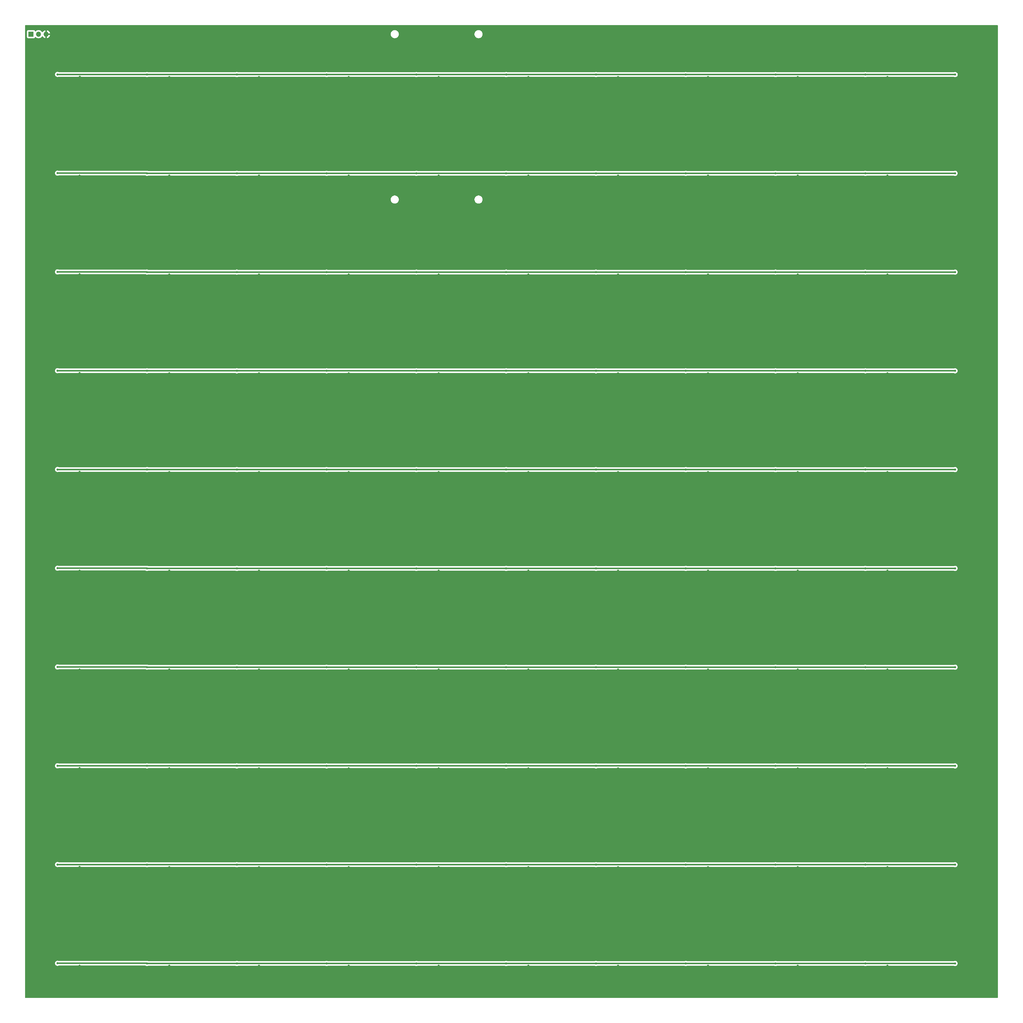
<source format=gbr>
G04 #@! TF.GenerationSoftware,KiCad,Pcbnew,8.0.2-8.0.2-0~ubuntu22.04.1*
G04 #@! TF.CreationDate,2024-05-18T22:12:29+02:00*
G04 #@! TF.ProjectId,qclock,71636c6f-636b-42e6-9b69-6361645f7063,rev?*
G04 #@! TF.SameCoordinates,Original*
G04 #@! TF.FileFunction,Copper,L2,Bot*
G04 #@! TF.FilePolarity,Positive*
%FSLAX46Y46*%
G04 Gerber Fmt 4.6, Leading zero omitted, Abs format (unit mm)*
G04 Created by KiCad (PCBNEW 8.0.2-8.0.2-0~ubuntu22.04.1) date 2024-05-18 22:12:29*
%MOMM*%
%LPD*%
G01*
G04 APERTURE LIST*
G04 #@! TA.AperFunction,ComponentPad*
%ADD10R,1.700000X1.700000*%
G04 #@! TD*
G04 #@! TA.AperFunction,ComponentPad*
%ADD11O,1.700000X1.700000*%
G04 #@! TD*
G04 #@! TA.AperFunction,ViaPad*
%ADD12C,0.700000*%
G04 #@! TD*
G04 #@! TA.AperFunction,Conductor*
%ADD13C,0.500000*%
G04 #@! TD*
G04 APERTURE END LIST*
D10*
X51960000Y-53000000D03*
D11*
X54500000Y-53000000D03*
X57040000Y-53000000D03*
D12*
X98133375Y-364288375D03*
X335883375Y-160538375D03*
X125883375Y-259538375D03*
X125883375Y-226538375D03*
X68238375Y-232238375D03*
X95883375Y-127538375D03*
X95883375Y-226538375D03*
X188145000Y-67300000D03*
X368133375Y-364288375D03*
X365883375Y-127538375D03*
X65988375Y-226488375D03*
X155883375Y-292538375D03*
X305883375Y-226538375D03*
X308133375Y-232288375D03*
X338133375Y-232288375D03*
X68238375Y-265238375D03*
X158133375Y-364288375D03*
X245895000Y-61550000D03*
X248133375Y-133288375D03*
X95883375Y-94538375D03*
X185883375Y-259538375D03*
X155883375Y-160538375D03*
X95883375Y-259538375D03*
X248133375Y-166288375D03*
X158133375Y-166288375D03*
X98133375Y-232288375D03*
X125895000Y-61550000D03*
X155883375Y-358538375D03*
X245883375Y-226538375D03*
X215895000Y-61550000D03*
X155883375Y-193538375D03*
X98133375Y-265288375D03*
X248133375Y-298288375D03*
X245883375Y-325538375D03*
X308133375Y-298288375D03*
X365883375Y-160538375D03*
X245883375Y-292538375D03*
X125883375Y-292538375D03*
X155883375Y-94538375D03*
X128133375Y-100288375D03*
X308133375Y-364288375D03*
X158133375Y-199288375D03*
X365883375Y-226538375D03*
X98133375Y-166288375D03*
X95895000Y-61550000D03*
X188133375Y-298288375D03*
X125883375Y-358538375D03*
X218133375Y-199288375D03*
X338133375Y-100288375D03*
X368145000Y-67300000D03*
X65988375Y-259488375D03*
X68238375Y-133238375D03*
X185883375Y-94538375D03*
X218133375Y-100288375D03*
X338133375Y-364288375D03*
X155883375Y-325538375D03*
X275883375Y-127538375D03*
X68238375Y-199238375D03*
X218133375Y-364288375D03*
X248133375Y-232288375D03*
X128145000Y-67300000D03*
X248145000Y-67300000D03*
X308133375Y-199288375D03*
X248133375Y-199288375D03*
X218133375Y-298288375D03*
X218133375Y-166288375D03*
X308133375Y-265288375D03*
X215883375Y-127538375D03*
X65988375Y-193488375D03*
X185883375Y-325538375D03*
X215883375Y-325538375D03*
X128133375Y-232288375D03*
X275883375Y-325538375D03*
X308145000Y-67300000D03*
X158133375Y-265288375D03*
X365883375Y-325538375D03*
X338145000Y-67300000D03*
X98133375Y-298288375D03*
X308133375Y-166288375D03*
X278133375Y-364288375D03*
X95883375Y-193538375D03*
X305883375Y-292538375D03*
X275883375Y-193538375D03*
X65988375Y-358488375D03*
X95883375Y-160538375D03*
X68238375Y-331238375D03*
X218133375Y-265288375D03*
X98133375Y-100288375D03*
X65988375Y-160488375D03*
X128133375Y-298288375D03*
X338133375Y-298288375D03*
X245883375Y-259538375D03*
X215883375Y-193538375D03*
X278133375Y-331288375D03*
X188133375Y-166288375D03*
X248133375Y-100288375D03*
X305883375Y-358538375D03*
X335883375Y-259538375D03*
X275883375Y-160538375D03*
X188133375Y-364288375D03*
X188133375Y-331288375D03*
X188133375Y-133288375D03*
X185883375Y-358538375D03*
X305883375Y-94538375D03*
X155883375Y-259538375D03*
X215883375Y-259538375D03*
X275883375Y-259538375D03*
X68238375Y-364238375D03*
X218133375Y-232288375D03*
X188133375Y-199288375D03*
X128133375Y-265288375D03*
X368133375Y-298288375D03*
X275895000Y-61550000D03*
X278145000Y-67300000D03*
X368133375Y-331288375D03*
X368133375Y-265288375D03*
X158133375Y-298288375D03*
X158133375Y-100288375D03*
X128133375Y-364288375D03*
X245883375Y-193538375D03*
X308133375Y-133288375D03*
X128133375Y-166288375D03*
X185883375Y-226538375D03*
X65988375Y-127488375D03*
X278133375Y-298288375D03*
X215883375Y-160538375D03*
X218133375Y-133288375D03*
X155895000Y-61550000D03*
X68238375Y-166238375D03*
X275883375Y-358538375D03*
X128133375Y-199288375D03*
X95883375Y-358538375D03*
X158133375Y-133288375D03*
X305883375Y-193538375D03*
X365883375Y-259538375D03*
X368133375Y-166288375D03*
X245883375Y-127538375D03*
X125883375Y-127538375D03*
X338133375Y-199288375D03*
X65988375Y-292488375D03*
X305883375Y-325538375D03*
X185883375Y-292538375D03*
X98133375Y-331288375D03*
X338133375Y-331288375D03*
X65988375Y-325488375D03*
X365883375Y-94538375D03*
X248133375Y-331288375D03*
X275883375Y-94538375D03*
X305883375Y-259538375D03*
X338133375Y-166288375D03*
X278133375Y-100288375D03*
X278133375Y-232288375D03*
X158133375Y-331288375D03*
X248133375Y-265288375D03*
X278133375Y-199288375D03*
X125883375Y-193538375D03*
X188133375Y-100288375D03*
X245883375Y-94538375D03*
X215883375Y-94538375D03*
X128133375Y-133288375D03*
X275883375Y-226538375D03*
X278133375Y-265288375D03*
X335883375Y-226538375D03*
X188133375Y-265288375D03*
X185883375Y-193538375D03*
X365883375Y-292538375D03*
X245883375Y-160538375D03*
X68238375Y-100238375D03*
X278133375Y-133288375D03*
X95883375Y-292538375D03*
X335883375Y-358538375D03*
X335883375Y-292538375D03*
X335895000Y-61550000D03*
X248133375Y-364288375D03*
X218133375Y-331288375D03*
X278133375Y-166288375D03*
X365883375Y-193538375D03*
X155883375Y-226538375D03*
X188133375Y-232288375D03*
X125883375Y-160538375D03*
X338133375Y-265288375D03*
X305883375Y-127538375D03*
X128133375Y-331288375D03*
X98133375Y-199288375D03*
X305895000Y-61550000D03*
X338133375Y-133288375D03*
X185883375Y-127538375D03*
X368133375Y-232288375D03*
X335883375Y-193538375D03*
X98133375Y-133288375D03*
X185883375Y-160538375D03*
X68238375Y-298238375D03*
X125883375Y-325538375D03*
X95883375Y-325538375D03*
X65988375Y-94488375D03*
X308133375Y-331288375D03*
X275883375Y-292538375D03*
X158133375Y-232288375D03*
X335883375Y-94538375D03*
X53000000Y-57000000D03*
X365883375Y-358538375D03*
X218145000Y-67300000D03*
X368133375Y-100288375D03*
X66000000Y-61500000D03*
X335883375Y-325538375D03*
X308133375Y-100288375D03*
X305883375Y-160538375D03*
X215883375Y-358538375D03*
X158145000Y-67300000D03*
X185895000Y-61550000D03*
X215883375Y-226538375D03*
X335883375Y-127538375D03*
X155883375Y-127538375D03*
X125883375Y-94538375D03*
X368133375Y-133288375D03*
X245883375Y-358538375D03*
X365895000Y-61550000D03*
X68250000Y-67250000D03*
X98145000Y-67300000D03*
X368133375Y-199288375D03*
X215883375Y-292538375D03*
X150733375Y-165488375D03*
X360733375Y-165488375D03*
X240733375Y-132488375D03*
X360733375Y-99488375D03*
X240733375Y-330488375D03*
X180733375Y-165488375D03*
X120733375Y-264488375D03*
X90733375Y-297488375D03*
X330733375Y-198488375D03*
X150733375Y-330488375D03*
X330733375Y-264488375D03*
X360733375Y-363488375D03*
X300733375Y-297488375D03*
X360733375Y-264488375D03*
X240733375Y-363488375D03*
X60850000Y-66450000D03*
X240733375Y-99488375D03*
X330733375Y-231488375D03*
X60838375Y-264438375D03*
X180733375Y-297488375D03*
X150745000Y-66500000D03*
X90733375Y-231488375D03*
X300733375Y-264488375D03*
X90733375Y-330488375D03*
X210733375Y-363488375D03*
X90733375Y-363488375D03*
X300733375Y-198488375D03*
X150733375Y-198488375D03*
X270733375Y-330488375D03*
X90733375Y-165488375D03*
X150733375Y-297488375D03*
X90733375Y-264488375D03*
X90733375Y-198488375D03*
X240733375Y-264488375D03*
X360733375Y-297488375D03*
X180733375Y-264488375D03*
X270733375Y-231488375D03*
X300733375Y-99488375D03*
X180733375Y-330488375D03*
X90733375Y-99488375D03*
X150733375Y-231488375D03*
X150733375Y-99488375D03*
X270733375Y-198488375D03*
X210733375Y-330488375D03*
X300733375Y-165488375D03*
X60838375Y-99438375D03*
X120733375Y-165488375D03*
X240745000Y-66500000D03*
X150733375Y-264488375D03*
X180733375Y-99488375D03*
X180733375Y-231488375D03*
X330733375Y-165488375D03*
X120733375Y-231488375D03*
X300733375Y-231488375D03*
X360733375Y-132488375D03*
X60838375Y-165438375D03*
X300733375Y-132488375D03*
X270733375Y-297488375D03*
X270733375Y-132488375D03*
X60838375Y-132438375D03*
X330733375Y-363488375D03*
X240733375Y-297488375D03*
X210733375Y-99488375D03*
X240733375Y-231488375D03*
X240733375Y-165488375D03*
X60838375Y-231438375D03*
X300745000Y-66500000D03*
X330733375Y-99488375D03*
X90733375Y-132488375D03*
X180733375Y-363488375D03*
X270733375Y-99488375D03*
X210733375Y-165488375D03*
X210745000Y-66500000D03*
X60838375Y-198438375D03*
X240733375Y-198488375D03*
X180733375Y-132488375D03*
X120733375Y-198488375D03*
X120733375Y-99488375D03*
X330745000Y-66500000D03*
X120733375Y-297488375D03*
X270733375Y-264488375D03*
X270745000Y-66500000D03*
X330733375Y-132488375D03*
X300733375Y-363488375D03*
X180733375Y-198488375D03*
X60838375Y-297438375D03*
X210733375Y-264488375D03*
X60838375Y-330438375D03*
X150733375Y-363488375D03*
X270733375Y-363488375D03*
X360733375Y-231488375D03*
X150733375Y-132488375D03*
X360745000Y-66500000D03*
X180745000Y-66500000D03*
X210733375Y-198488375D03*
X300733375Y-330488375D03*
X60838375Y-363438375D03*
X270733375Y-165488375D03*
X360733375Y-330488375D03*
X330733375Y-330488375D03*
X210733375Y-297488375D03*
X120733375Y-132488375D03*
X120733375Y-363488375D03*
X360733375Y-198488375D03*
X330733375Y-297488375D03*
X120733375Y-330488375D03*
X120745000Y-66500000D03*
X210733375Y-231488375D03*
X90745000Y-66500000D03*
X210733375Y-132488375D03*
D13*
X90733375Y-165488375D02*
X120733375Y-165488375D01*
X90733375Y-330488375D02*
X90683375Y-330438375D01*
X90733375Y-99488375D02*
X90683375Y-99438375D01*
X90733375Y-231488375D02*
X120733375Y-231488375D01*
X120733375Y-330488375D02*
X360733375Y-330488375D01*
X90745000Y-66500000D02*
X90695000Y-66450000D01*
X120733375Y-231488375D02*
X360733375Y-231488375D01*
X90733375Y-198488375D02*
X90683375Y-198438375D01*
X120745000Y-66500000D02*
X360745000Y-66500000D01*
X90733375Y-132488375D02*
X90683375Y-132438375D01*
X90683375Y-99438375D02*
X60838375Y-99438375D01*
X90683375Y-297438375D02*
X60838375Y-297438375D01*
X90733375Y-330488375D02*
X120733375Y-330488375D01*
X90733375Y-198488375D02*
X120733375Y-198488375D01*
X90683375Y-231438375D02*
X60838375Y-231438375D01*
X120733375Y-264488375D02*
X360733375Y-264488375D01*
X90745000Y-66500000D02*
X120745000Y-66500000D01*
X90683375Y-165438375D02*
X60838375Y-165438375D01*
X90683375Y-330438375D02*
X60838375Y-330438375D01*
X90733375Y-132488375D02*
X120733375Y-132488375D01*
X90683375Y-198438375D02*
X60838375Y-198438375D01*
X90733375Y-363488375D02*
X120733375Y-363488375D01*
X120733375Y-132488375D02*
X360733375Y-132488375D01*
X90733375Y-297488375D02*
X120733375Y-297488375D01*
X90733375Y-165488375D02*
X90683375Y-165438375D01*
X90683375Y-363438375D02*
X60838375Y-363438375D01*
X90683375Y-132438375D02*
X60838375Y-132438375D01*
X120733375Y-297488375D02*
X360733375Y-297488375D01*
X90733375Y-264488375D02*
X90683375Y-264438375D01*
X90733375Y-264488375D02*
X120733375Y-264488375D01*
X90733375Y-297488375D02*
X90683375Y-297438375D01*
X90733375Y-363488375D02*
X90683375Y-363438375D01*
X90695000Y-66450000D02*
X60850000Y-66450000D01*
X90683375Y-264438375D02*
X60838375Y-264438375D01*
X120733375Y-99488375D02*
X360733375Y-99488375D01*
X120733375Y-363488375D02*
X360733375Y-363488375D01*
X120733375Y-165488375D02*
X360733375Y-165488375D01*
X120733375Y-198488375D02*
X360733375Y-198488375D01*
X90733375Y-99488375D02*
X120733375Y-99488375D01*
X90733375Y-231488375D02*
X90683375Y-231438375D01*
G04 #@! TA.AperFunction,Conductor*
G36*
X374943039Y-50019685D02*
G01*
X374988794Y-50072489D01*
X375000000Y-50124000D01*
X375000000Y-374876000D01*
X374980315Y-374943039D01*
X374927511Y-374988794D01*
X374876000Y-375000000D01*
X50124000Y-375000000D01*
X50056961Y-374980315D01*
X50011206Y-374927511D01*
X50000000Y-374876000D01*
X50000000Y-363438375D01*
X59975146Y-363438375D01*
X59994010Y-363617851D01*
X60010255Y-363667850D01*
X60049776Y-363789482D01*
X60140008Y-363945768D01*
X60182071Y-363992483D01*
X60260756Y-364079874D01*
X60260759Y-364079876D01*
X60260762Y-364079879D01*
X60406760Y-364185953D01*
X60571617Y-364259353D01*
X60571623Y-364259355D01*
X60748143Y-364296875D01*
X60748144Y-364296875D01*
X60928606Y-364296875D01*
X60928607Y-364296875D01*
X61105127Y-364259355D01*
X61221382Y-364207595D01*
X61271817Y-364196875D01*
X90207683Y-364196875D01*
X90274722Y-364216560D01*
X90280567Y-364220555D01*
X90301760Y-364235953D01*
X90466617Y-364309353D01*
X90466623Y-364309355D01*
X90643143Y-364346875D01*
X90643144Y-364346875D01*
X90823606Y-364346875D01*
X90823607Y-364346875D01*
X91000127Y-364309355D01*
X91116382Y-364257595D01*
X91166817Y-364246875D01*
X120299933Y-364246875D01*
X120350368Y-364257595D01*
X120466623Y-364309355D01*
X120643143Y-364346875D01*
X120643144Y-364346875D01*
X120823606Y-364346875D01*
X120823607Y-364346875D01*
X121000127Y-364309355D01*
X121116382Y-364257595D01*
X121166817Y-364246875D01*
X150299933Y-364246875D01*
X150350368Y-364257595D01*
X150466623Y-364309355D01*
X150643143Y-364346875D01*
X150643144Y-364346875D01*
X150823606Y-364346875D01*
X150823607Y-364346875D01*
X151000127Y-364309355D01*
X151116382Y-364257595D01*
X151166817Y-364246875D01*
X180299933Y-364246875D01*
X180350368Y-364257595D01*
X180466623Y-364309355D01*
X180643143Y-364346875D01*
X180643144Y-364346875D01*
X180823606Y-364346875D01*
X180823607Y-364346875D01*
X181000127Y-364309355D01*
X181116382Y-364257595D01*
X181166817Y-364246875D01*
X210299933Y-364246875D01*
X210350368Y-364257595D01*
X210466623Y-364309355D01*
X210643143Y-364346875D01*
X210643144Y-364346875D01*
X210823606Y-364346875D01*
X210823607Y-364346875D01*
X211000127Y-364309355D01*
X211116382Y-364257595D01*
X211166817Y-364246875D01*
X240299933Y-364246875D01*
X240350368Y-364257595D01*
X240466623Y-364309355D01*
X240643143Y-364346875D01*
X240643144Y-364346875D01*
X240823606Y-364346875D01*
X240823607Y-364346875D01*
X241000127Y-364309355D01*
X241116382Y-364257595D01*
X241166817Y-364246875D01*
X270299933Y-364246875D01*
X270350368Y-364257595D01*
X270466623Y-364309355D01*
X270643143Y-364346875D01*
X270643144Y-364346875D01*
X270823606Y-364346875D01*
X270823607Y-364346875D01*
X271000127Y-364309355D01*
X271116382Y-364257595D01*
X271166817Y-364246875D01*
X300299933Y-364246875D01*
X300350368Y-364257595D01*
X300466623Y-364309355D01*
X300643143Y-364346875D01*
X300643144Y-364346875D01*
X300823606Y-364346875D01*
X300823607Y-364346875D01*
X301000127Y-364309355D01*
X301116382Y-364257595D01*
X301166817Y-364246875D01*
X330299933Y-364246875D01*
X330350368Y-364257595D01*
X330466623Y-364309355D01*
X330643143Y-364346875D01*
X330643144Y-364346875D01*
X330823606Y-364346875D01*
X330823607Y-364346875D01*
X331000127Y-364309355D01*
X331116382Y-364257595D01*
X331166817Y-364246875D01*
X360299933Y-364246875D01*
X360350368Y-364257595D01*
X360466623Y-364309355D01*
X360643143Y-364346875D01*
X360643144Y-364346875D01*
X360823606Y-364346875D01*
X360823607Y-364346875D01*
X361000127Y-364309355D01*
X361000129Y-364309353D01*
X361000132Y-364309353D01*
X361112428Y-364259355D01*
X361164990Y-364235953D01*
X361310988Y-364129879D01*
X361431742Y-363995768D01*
X361521974Y-363839482D01*
X361577740Y-363667850D01*
X361596604Y-363488375D01*
X361577740Y-363308900D01*
X361521974Y-363137268D01*
X361431742Y-362980982D01*
X361384446Y-362928454D01*
X361310993Y-362846875D01*
X361310990Y-362846873D01*
X361310989Y-362846872D01*
X361310988Y-362846871D01*
X361164990Y-362740797D01*
X361164989Y-362740796D01*
X361000132Y-362667396D01*
X361000126Y-362667394D01*
X360861126Y-362637849D01*
X360823607Y-362629875D01*
X360643143Y-362629875D01*
X360612200Y-362636451D01*
X360466623Y-362667394D01*
X360466617Y-362667396D01*
X360350371Y-362719154D01*
X360299935Y-362729875D01*
X331166817Y-362729875D01*
X331116382Y-362719155D01*
X331000128Y-362667395D01*
X331000126Y-362667394D01*
X330861126Y-362637849D01*
X330823607Y-362629875D01*
X330643143Y-362629875D01*
X330612200Y-362636451D01*
X330466623Y-362667394D01*
X330466617Y-362667396D01*
X330350371Y-362719154D01*
X330299935Y-362729875D01*
X301166817Y-362729875D01*
X301116382Y-362719155D01*
X301000128Y-362667395D01*
X301000126Y-362667394D01*
X300861126Y-362637849D01*
X300823607Y-362629875D01*
X300643143Y-362629875D01*
X300612200Y-362636451D01*
X300466623Y-362667394D01*
X300466617Y-362667396D01*
X300350371Y-362719154D01*
X300299935Y-362729875D01*
X271166817Y-362729875D01*
X271116382Y-362719155D01*
X271000128Y-362667395D01*
X271000126Y-362667394D01*
X270861126Y-362637849D01*
X270823607Y-362629875D01*
X270643143Y-362629875D01*
X270612200Y-362636451D01*
X270466623Y-362667394D01*
X270466617Y-362667396D01*
X270350371Y-362719154D01*
X270299935Y-362729875D01*
X241166817Y-362729875D01*
X241116382Y-362719155D01*
X241000128Y-362667395D01*
X241000126Y-362667394D01*
X240861126Y-362637849D01*
X240823607Y-362629875D01*
X240643143Y-362629875D01*
X240612200Y-362636451D01*
X240466623Y-362667394D01*
X240466617Y-362667396D01*
X240350371Y-362719154D01*
X240299935Y-362729875D01*
X211166817Y-362729875D01*
X211116382Y-362719155D01*
X211000128Y-362667395D01*
X211000126Y-362667394D01*
X210861126Y-362637849D01*
X210823607Y-362629875D01*
X210643143Y-362629875D01*
X210612200Y-362636451D01*
X210466623Y-362667394D01*
X210466617Y-362667396D01*
X210350371Y-362719154D01*
X210299935Y-362729875D01*
X181166817Y-362729875D01*
X181116382Y-362719155D01*
X181000128Y-362667395D01*
X181000126Y-362667394D01*
X180861126Y-362637849D01*
X180823607Y-362629875D01*
X180643143Y-362629875D01*
X180612200Y-362636451D01*
X180466623Y-362667394D01*
X180466617Y-362667396D01*
X180350371Y-362719154D01*
X180299935Y-362729875D01*
X151166817Y-362729875D01*
X151116382Y-362719155D01*
X151000128Y-362667395D01*
X151000126Y-362667394D01*
X150861126Y-362637849D01*
X150823607Y-362629875D01*
X150643143Y-362629875D01*
X150612200Y-362636451D01*
X150466623Y-362667394D01*
X150466617Y-362667396D01*
X150350371Y-362719154D01*
X150299935Y-362729875D01*
X121166817Y-362729875D01*
X121116382Y-362719155D01*
X121000128Y-362667395D01*
X121000126Y-362667394D01*
X120861126Y-362637849D01*
X120823607Y-362629875D01*
X120643143Y-362629875D01*
X120612200Y-362636451D01*
X120466623Y-362667394D01*
X120466617Y-362667396D01*
X120350371Y-362719154D01*
X120299935Y-362729875D01*
X91166817Y-362729875D01*
X91116382Y-362719155D01*
X91000128Y-362667395D01*
X91000126Y-362667394D01*
X90861126Y-362637849D01*
X90823607Y-362629875D01*
X90643143Y-362629875D01*
X90466625Y-362667394D01*
X90466622Y-362667394D01*
X90462672Y-362669154D01*
X90412235Y-362679875D01*
X61271817Y-362679875D01*
X61221382Y-362669155D01*
X61105128Y-362617395D01*
X61105126Y-362617394D01*
X60966126Y-362587849D01*
X60928607Y-362579875D01*
X60748143Y-362579875D01*
X60717200Y-362586451D01*
X60571623Y-362617394D01*
X60571617Y-362617396D01*
X60406761Y-362690796D01*
X60406756Y-362690799D01*
X60260763Y-362796869D01*
X60260756Y-362796875D01*
X60140007Y-362930983D01*
X60049775Y-363087269D01*
X59994010Y-363258898D01*
X59975146Y-363438375D01*
X50000000Y-363438375D01*
X50000000Y-330438375D01*
X59975146Y-330438375D01*
X59994010Y-330617851D01*
X60010255Y-330667850D01*
X60049776Y-330789482D01*
X60140008Y-330945768D01*
X60182071Y-330992483D01*
X60260756Y-331079874D01*
X60260759Y-331079876D01*
X60260762Y-331079879D01*
X60406760Y-331185953D01*
X60571617Y-331259353D01*
X60571623Y-331259355D01*
X60748143Y-331296875D01*
X60748144Y-331296875D01*
X60928606Y-331296875D01*
X60928607Y-331296875D01*
X61105127Y-331259355D01*
X61221382Y-331207595D01*
X61271817Y-331196875D01*
X90207683Y-331196875D01*
X90274722Y-331216560D01*
X90280567Y-331220555D01*
X90301760Y-331235953D01*
X90466617Y-331309353D01*
X90466623Y-331309355D01*
X90643143Y-331346875D01*
X90643144Y-331346875D01*
X90823606Y-331346875D01*
X90823607Y-331346875D01*
X91000127Y-331309355D01*
X91116382Y-331257595D01*
X91166817Y-331246875D01*
X120299933Y-331246875D01*
X120350368Y-331257595D01*
X120466623Y-331309355D01*
X120643143Y-331346875D01*
X120643144Y-331346875D01*
X120823606Y-331346875D01*
X120823607Y-331346875D01*
X121000127Y-331309355D01*
X121116382Y-331257595D01*
X121166817Y-331246875D01*
X150299933Y-331246875D01*
X150350368Y-331257595D01*
X150466623Y-331309355D01*
X150643143Y-331346875D01*
X150643144Y-331346875D01*
X150823606Y-331346875D01*
X150823607Y-331346875D01*
X151000127Y-331309355D01*
X151116382Y-331257595D01*
X151166817Y-331246875D01*
X180299933Y-331246875D01*
X180350368Y-331257595D01*
X180466623Y-331309355D01*
X180643143Y-331346875D01*
X180643144Y-331346875D01*
X180823606Y-331346875D01*
X180823607Y-331346875D01*
X181000127Y-331309355D01*
X181116382Y-331257595D01*
X181166817Y-331246875D01*
X210299933Y-331246875D01*
X210350368Y-331257595D01*
X210466623Y-331309355D01*
X210643143Y-331346875D01*
X210643144Y-331346875D01*
X210823606Y-331346875D01*
X210823607Y-331346875D01*
X211000127Y-331309355D01*
X211116382Y-331257595D01*
X211166817Y-331246875D01*
X240299933Y-331246875D01*
X240350368Y-331257595D01*
X240466623Y-331309355D01*
X240643143Y-331346875D01*
X240643144Y-331346875D01*
X240823606Y-331346875D01*
X240823607Y-331346875D01*
X241000127Y-331309355D01*
X241116382Y-331257595D01*
X241166817Y-331246875D01*
X270299933Y-331246875D01*
X270350368Y-331257595D01*
X270466623Y-331309355D01*
X270643143Y-331346875D01*
X270643144Y-331346875D01*
X270823606Y-331346875D01*
X270823607Y-331346875D01*
X271000127Y-331309355D01*
X271116382Y-331257595D01*
X271166817Y-331246875D01*
X300299933Y-331246875D01*
X300350368Y-331257595D01*
X300466623Y-331309355D01*
X300643143Y-331346875D01*
X300643144Y-331346875D01*
X300823606Y-331346875D01*
X300823607Y-331346875D01*
X301000127Y-331309355D01*
X301116382Y-331257595D01*
X301166817Y-331246875D01*
X330299933Y-331246875D01*
X330350368Y-331257595D01*
X330466623Y-331309355D01*
X330643143Y-331346875D01*
X330643144Y-331346875D01*
X330823606Y-331346875D01*
X330823607Y-331346875D01*
X331000127Y-331309355D01*
X331116382Y-331257595D01*
X331166817Y-331246875D01*
X360299933Y-331246875D01*
X360350368Y-331257595D01*
X360466623Y-331309355D01*
X360643143Y-331346875D01*
X360643144Y-331346875D01*
X360823606Y-331346875D01*
X360823607Y-331346875D01*
X361000127Y-331309355D01*
X361000129Y-331309353D01*
X361000132Y-331309353D01*
X361112428Y-331259355D01*
X361164990Y-331235953D01*
X361310988Y-331129879D01*
X361431742Y-330995768D01*
X361521974Y-330839482D01*
X361577740Y-330667850D01*
X361596604Y-330488375D01*
X361577740Y-330308900D01*
X361521974Y-330137268D01*
X361431742Y-329980982D01*
X361384446Y-329928454D01*
X361310993Y-329846875D01*
X361310990Y-329846873D01*
X361310989Y-329846872D01*
X361310988Y-329846871D01*
X361164990Y-329740797D01*
X361164989Y-329740796D01*
X361000132Y-329667396D01*
X361000126Y-329667394D01*
X360861126Y-329637849D01*
X360823607Y-329629875D01*
X360643143Y-329629875D01*
X360612200Y-329636451D01*
X360466623Y-329667394D01*
X360466617Y-329667396D01*
X360350371Y-329719154D01*
X360299935Y-329729875D01*
X331166817Y-329729875D01*
X331116382Y-329719155D01*
X331000128Y-329667395D01*
X331000126Y-329667394D01*
X330861126Y-329637849D01*
X330823607Y-329629875D01*
X330643143Y-329629875D01*
X330612200Y-329636451D01*
X330466623Y-329667394D01*
X330466617Y-329667396D01*
X330350371Y-329719154D01*
X330299935Y-329729875D01*
X301166817Y-329729875D01*
X301116382Y-329719155D01*
X301000128Y-329667395D01*
X301000126Y-329667394D01*
X300861126Y-329637849D01*
X300823607Y-329629875D01*
X300643143Y-329629875D01*
X300612200Y-329636451D01*
X300466623Y-329667394D01*
X300466617Y-329667396D01*
X300350371Y-329719154D01*
X300299935Y-329729875D01*
X271166817Y-329729875D01*
X271116382Y-329719155D01*
X271000128Y-329667395D01*
X271000126Y-329667394D01*
X270861126Y-329637849D01*
X270823607Y-329629875D01*
X270643143Y-329629875D01*
X270612200Y-329636451D01*
X270466623Y-329667394D01*
X270466617Y-329667396D01*
X270350371Y-329719154D01*
X270299935Y-329729875D01*
X241166817Y-329729875D01*
X241116382Y-329719155D01*
X241000128Y-329667395D01*
X241000126Y-329667394D01*
X240861126Y-329637849D01*
X240823607Y-329629875D01*
X240643143Y-329629875D01*
X240612200Y-329636451D01*
X240466623Y-329667394D01*
X240466617Y-329667396D01*
X240350371Y-329719154D01*
X240299935Y-329729875D01*
X211166817Y-329729875D01*
X211116382Y-329719155D01*
X211000128Y-329667395D01*
X211000126Y-329667394D01*
X210861126Y-329637849D01*
X210823607Y-329629875D01*
X210643143Y-329629875D01*
X210612200Y-329636451D01*
X210466623Y-329667394D01*
X210466617Y-329667396D01*
X210350371Y-329719154D01*
X210299935Y-329729875D01*
X181166817Y-329729875D01*
X181116382Y-329719155D01*
X181000128Y-329667395D01*
X181000126Y-329667394D01*
X180861126Y-329637849D01*
X180823607Y-329629875D01*
X180643143Y-329629875D01*
X180612200Y-329636451D01*
X180466623Y-329667394D01*
X180466617Y-329667396D01*
X180350371Y-329719154D01*
X180299935Y-329729875D01*
X151166817Y-329729875D01*
X151116382Y-329719155D01*
X151000128Y-329667395D01*
X151000126Y-329667394D01*
X150861126Y-329637849D01*
X150823607Y-329629875D01*
X150643143Y-329629875D01*
X150612200Y-329636451D01*
X150466623Y-329667394D01*
X150466617Y-329667396D01*
X150350371Y-329719154D01*
X150299935Y-329729875D01*
X121166817Y-329729875D01*
X121116382Y-329719155D01*
X121000128Y-329667395D01*
X121000126Y-329667394D01*
X120861126Y-329637849D01*
X120823607Y-329629875D01*
X120643143Y-329629875D01*
X120612200Y-329636451D01*
X120466623Y-329667394D01*
X120466617Y-329667396D01*
X120350371Y-329719154D01*
X120299935Y-329729875D01*
X91166817Y-329729875D01*
X91116382Y-329719155D01*
X91000128Y-329667395D01*
X91000126Y-329667394D01*
X90861126Y-329637849D01*
X90823607Y-329629875D01*
X90643143Y-329629875D01*
X90466625Y-329667394D01*
X90466622Y-329667394D01*
X90462672Y-329669154D01*
X90412235Y-329679875D01*
X61271817Y-329679875D01*
X61221382Y-329669155D01*
X61105128Y-329617395D01*
X61105126Y-329617394D01*
X60966126Y-329587849D01*
X60928607Y-329579875D01*
X60748143Y-329579875D01*
X60717200Y-329586451D01*
X60571623Y-329617394D01*
X60571617Y-329617396D01*
X60406761Y-329690796D01*
X60406756Y-329690799D01*
X60260763Y-329796869D01*
X60260756Y-329796875D01*
X60140007Y-329930983D01*
X60049775Y-330087269D01*
X59994010Y-330258898D01*
X59975146Y-330438375D01*
X50000000Y-330438375D01*
X50000000Y-297438375D01*
X59975146Y-297438375D01*
X59994010Y-297617851D01*
X60010255Y-297667850D01*
X60049776Y-297789482D01*
X60140008Y-297945768D01*
X60182071Y-297992483D01*
X60260756Y-298079874D01*
X60260759Y-298079876D01*
X60260762Y-298079879D01*
X60406760Y-298185953D01*
X60571617Y-298259353D01*
X60571623Y-298259355D01*
X60748143Y-298296875D01*
X60748144Y-298296875D01*
X60928606Y-298296875D01*
X60928607Y-298296875D01*
X61105127Y-298259355D01*
X61221382Y-298207595D01*
X61271817Y-298196875D01*
X90207683Y-298196875D01*
X90274722Y-298216560D01*
X90280567Y-298220555D01*
X90301760Y-298235953D01*
X90466617Y-298309353D01*
X90466623Y-298309355D01*
X90643143Y-298346875D01*
X90643144Y-298346875D01*
X90823606Y-298346875D01*
X90823607Y-298346875D01*
X91000127Y-298309355D01*
X91116382Y-298257595D01*
X91166817Y-298246875D01*
X120299933Y-298246875D01*
X120350368Y-298257595D01*
X120466623Y-298309355D01*
X120643143Y-298346875D01*
X120643144Y-298346875D01*
X120823606Y-298346875D01*
X120823607Y-298346875D01*
X121000127Y-298309355D01*
X121116382Y-298257595D01*
X121166817Y-298246875D01*
X150299933Y-298246875D01*
X150350368Y-298257595D01*
X150466623Y-298309355D01*
X150643143Y-298346875D01*
X150643144Y-298346875D01*
X150823606Y-298346875D01*
X150823607Y-298346875D01*
X151000127Y-298309355D01*
X151116382Y-298257595D01*
X151166817Y-298246875D01*
X180299933Y-298246875D01*
X180350368Y-298257595D01*
X180466623Y-298309355D01*
X180643143Y-298346875D01*
X180643144Y-298346875D01*
X180823606Y-298346875D01*
X180823607Y-298346875D01*
X181000127Y-298309355D01*
X181116382Y-298257595D01*
X181166817Y-298246875D01*
X210299933Y-298246875D01*
X210350368Y-298257595D01*
X210466623Y-298309355D01*
X210643143Y-298346875D01*
X210643144Y-298346875D01*
X210823606Y-298346875D01*
X210823607Y-298346875D01*
X211000127Y-298309355D01*
X211116382Y-298257595D01*
X211166817Y-298246875D01*
X240299933Y-298246875D01*
X240350368Y-298257595D01*
X240466623Y-298309355D01*
X240643143Y-298346875D01*
X240643144Y-298346875D01*
X240823606Y-298346875D01*
X240823607Y-298346875D01*
X241000127Y-298309355D01*
X241116382Y-298257595D01*
X241166817Y-298246875D01*
X270299933Y-298246875D01*
X270350368Y-298257595D01*
X270466623Y-298309355D01*
X270643143Y-298346875D01*
X270643144Y-298346875D01*
X270823606Y-298346875D01*
X270823607Y-298346875D01*
X271000127Y-298309355D01*
X271116382Y-298257595D01*
X271166817Y-298246875D01*
X300299933Y-298246875D01*
X300350368Y-298257595D01*
X300466623Y-298309355D01*
X300643143Y-298346875D01*
X300643144Y-298346875D01*
X300823606Y-298346875D01*
X300823607Y-298346875D01*
X301000127Y-298309355D01*
X301116382Y-298257595D01*
X301166817Y-298246875D01*
X330299933Y-298246875D01*
X330350368Y-298257595D01*
X330466623Y-298309355D01*
X330643143Y-298346875D01*
X330643144Y-298346875D01*
X330823606Y-298346875D01*
X330823607Y-298346875D01*
X331000127Y-298309355D01*
X331116382Y-298257595D01*
X331166817Y-298246875D01*
X360299933Y-298246875D01*
X360350368Y-298257595D01*
X360466623Y-298309355D01*
X360643143Y-298346875D01*
X360643144Y-298346875D01*
X360823606Y-298346875D01*
X360823607Y-298346875D01*
X361000127Y-298309355D01*
X361000129Y-298309353D01*
X361000132Y-298309353D01*
X361112428Y-298259355D01*
X361164990Y-298235953D01*
X361310988Y-298129879D01*
X361431742Y-297995768D01*
X361521974Y-297839482D01*
X361577740Y-297667850D01*
X361596604Y-297488375D01*
X361577740Y-297308900D01*
X361521974Y-297137268D01*
X361431742Y-296980982D01*
X361384446Y-296928454D01*
X361310993Y-296846875D01*
X361310990Y-296846873D01*
X361310989Y-296846872D01*
X361310988Y-296846871D01*
X361164990Y-296740797D01*
X361164989Y-296740796D01*
X361000132Y-296667396D01*
X361000126Y-296667394D01*
X360861126Y-296637849D01*
X360823607Y-296629875D01*
X360643143Y-296629875D01*
X360612200Y-296636451D01*
X360466623Y-296667394D01*
X360466617Y-296667396D01*
X360350371Y-296719154D01*
X360299935Y-296729875D01*
X331166817Y-296729875D01*
X331116382Y-296719155D01*
X331000128Y-296667395D01*
X331000126Y-296667394D01*
X330861126Y-296637849D01*
X330823607Y-296629875D01*
X330643143Y-296629875D01*
X330612200Y-296636451D01*
X330466623Y-296667394D01*
X330466617Y-296667396D01*
X330350371Y-296719154D01*
X330299935Y-296729875D01*
X301166817Y-296729875D01*
X301116382Y-296719155D01*
X301000128Y-296667395D01*
X301000126Y-296667394D01*
X300861126Y-296637849D01*
X300823607Y-296629875D01*
X300643143Y-296629875D01*
X300612200Y-296636451D01*
X300466623Y-296667394D01*
X300466617Y-296667396D01*
X300350371Y-296719154D01*
X300299935Y-296729875D01*
X271166817Y-296729875D01*
X271116382Y-296719155D01*
X271000128Y-296667395D01*
X271000126Y-296667394D01*
X270861126Y-296637849D01*
X270823607Y-296629875D01*
X270643143Y-296629875D01*
X270612200Y-296636451D01*
X270466623Y-296667394D01*
X270466617Y-296667396D01*
X270350371Y-296719154D01*
X270299935Y-296729875D01*
X241166817Y-296729875D01*
X241116382Y-296719155D01*
X241000128Y-296667395D01*
X241000126Y-296667394D01*
X240861126Y-296637849D01*
X240823607Y-296629875D01*
X240643143Y-296629875D01*
X240612200Y-296636451D01*
X240466623Y-296667394D01*
X240466617Y-296667396D01*
X240350371Y-296719154D01*
X240299935Y-296729875D01*
X211166817Y-296729875D01*
X211116382Y-296719155D01*
X211000128Y-296667395D01*
X211000126Y-296667394D01*
X210861126Y-296637849D01*
X210823607Y-296629875D01*
X210643143Y-296629875D01*
X210612200Y-296636451D01*
X210466623Y-296667394D01*
X210466617Y-296667396D01*
X210350371Y-296719154D01*
X210299935Y-296729875D01*
X181166817Y-296729875D01*
X181116382Y-296719155D01*
X181000128Y-296667395D01*
X181000126Y-296667394D01*
X180861126Y-296637849D01*
X180823607Y-296629875D01*
X180643143Y-296629875D01*
X180612200Y-296636451D01*
X180466623Y-296667394D01*
X180466617Y-296667396D01*
X180350371Y-296719154D01*
X180299935Y-296729875D01*
X151166817Y-296729875D01*
X151116382Y-296719155D01*
X151000128Y-296667395D01*
X151000126Y-296667394D01*
X150861126Y-296637849D01*
X150823607Y-296629875D01*
X150643143Y-296629875D01*
X150612200Y-296636451D01*
X150466623Y-296667394D01*
X150466617Y-296667396D01*
X150350371Y-296719154D01*
X150299935Y-296729875D01*
X121166817Y-296729875D01*
X121116382Y-296719155D01*
X121000128Y-296667395D01*
X121000126Y-296667394D01*
X120861126Y-296637849D01*
X120823607Y-296629875D01*
X120643143Y-296629875D01*
X120612200Y-296636451D01*
X120466623Y-296667394D01*
X120466617Y-296667396D01*
X120350371Y-296719154D01*
X120299935Y-296729875D01*
X91166817Y-296729875D01*
X91116382Y-296719155D01*
X91000128Y-296667395D01*
X91000126Y-296667394D01*
X90861126Y-296637849D01*
X90823607Y-296629875D01*
X90643143Y-296629875D01*
X90466625Y-296667394D01*
X90466622Y-296667394D01*
X90462672Y-296669154D01*
X90412235Y-296679875D01*
X61271817Y-296679875D01*
X61221382Y-296669155D01*
X61105128Y-296617395D01*
X61105126Y-296617394D01*
X60966126Y-296587849D01*
X60928607Y-296579875D01*
X60748143Y-296579875D01*
X60717200Y-296586451D01*
X60571623Y-296617394D01*
X60571617Y-296617396D01*
X60406761Y-296690796D01*
X60406756Y-296690799D01*
X60260763Y-296796869D01*
X60260756Y-296796875D01*
X60140007Y-296930983D01*
X60049775Y-297087269D01*
X59994010Y-297258898D01*
X59975146Y-297438375D01*
X50000000Y-297438375D01*
X50000000Y-264438375D01*
X59975146Y-264438375D01*
X59994010Y-264617851D01*
X60010255Y-264667850D01*
X60049776Y-264789482D01*
X60140008Y-264945768D01*
X60182071Y-264992483D01*
X60260756Y-265079874D01*
X60260759Y-265079876D01*
X60260762Y-265079879D01*
X60406760Y-265185953D01*
X60571617Y-265259353D01*
X60571623Y-265259355D01*
X60748143Y-265296875D01*
X60748144Y-265296875D01*
X60928606Y-265296875D01*
X60928607Y-265296875D01*
X61105127Y-265259355D01*
X61221382Y-265207595D01*
X61271817Y-265196875D01*
X90207683Y-265196875D01*
X90274722Y-265216560D01*
X90280567Y-265220555D01*
X90301760Y-265235953D01*
X90466617Y-265309353D01*
X90466623Y-265309355D01*
X90643143Y-265346875D01*
X90643144Y-265346875D01*
X90823606Y-265346875D01*
X90823607Y-265346875D01*
X91000127Y-265309355D01*
X91116382Y-265257595D01*
X91166817Y-265246875D01*
X120299933Y-265246875D01*
X120350368Y-265257595D01*
X120466623Y-265309355D01*
X120643143Y-265346875D01*
X120643144Y-265346875D01*
X120823606Y-265346875D01*
X120823607Y-265346875D01*
X121000127Y-265309355D01*
X121116382Y-265257595D01*
X121166817Y-265246875D01*
X150299933Y-265246875D01*
X150350368Y-265257595D01*
X150466623Y-265309355D01*
X150643143Y-265346875D01*
X150643144Y-265346875D01*
X150823606Y-265346875D01*
X150823607Y-265346875D01*
X151000127Y-265309355D01*
X151116382Y-265257595D01*
X151166817Y-265246875D01*
X180299933Y-265246875D01*
X180350368Y-265257595D01*
X180466623Y-265309355D01*
X180643143Y-265346875D01*
X180643144Y-265346875D01*
X180823606Y-265346875D01*
X180823607Y-265346875D01*
X181000127Y-265309355D01*
X181116382Y-265257595D01*
X181166817Y-265246875D01*
X210299933Y-265246875D01*
X210350368Y-265257595D01*
X210466623Y-265309355D01*
X210643143Y-265346875D01*
X210643144Y-265346875D01*
X210823606Y-265346875D01*
X210823607Y-265346875D01*
X211000127Y-265309355D01*
X211116382Y-265257595D01*
X211166817Y-265246875D01*
X240299933Y-265246875D01*
X240350368Y-265257595D01*
X240466623Y-265309355D01*
X240643143Y-265346875D01*
X240643144Y-265346875D01*
X240823606Y-265346875D01*
X240823607Y-265346875D01*
X241000127Y-265309355D01*
X241116382Y-265257595D01*
X241166817Y-265246875D01*
X270299933Y-265246875D01*
X270350368Y-265257595D01*
X270466623Y-265309355D01*
X270643143Y-265346875D01*
X270643144Y-265346875D01*
X270823606Y-265346875D01*
X270823607Y-265346875D01*
X271000127Y-265309355D01*
X271116382Y-265257595D01*
X271166817Y-265246875D01*
X300299933Y-265246875D01*
X300350368Y-265257595D01*
X300466623Y-265309355D01*
X300643143Y-265346875D01*
X300643144Y-265346875D01*
X300823606Y-265346875D01*
X300823607Y-265346875D01*
X301000127Y-265309355D01*
X301116382Y-265257595D01*
X301166817Y-265246875D01*
X330299933Y-265246875D01*
X330350368Y-265257595D01*
X330466623Y-265309355D01*
X330643143Y-265346875D01*
X330643144Y-265346875D01*
X330823606Y-265346875D01*
X330823607Y-265346875D01*
X331000127Y-265309355D01*
X331116382Y-265257595D01*
X331166817Y-265246875D01*
X360299933Y-265246875D01*
X360350368Y-265257595D01*
X360466623Y-265309355D01*
X360643143Y-265346875D01*
X360643144Y-265346875D01*
X360823606Y-265346875D01*
X360823607Y-265346875D01*
X361000127Y-265309355D01*
X361000129Y-265309353D01*
X361000132Y-265309353D01*
X361112428Y-265259355D01*
X361164990Y-265235953D01*
X361310988Y-265129879D01*
X361431742Y-264995768D01*
X361521974Y-264839482D01*
X361577740Y-264667850D01*
X361596604Y-264488375D01*
X361577740Y-264308900D01*
X361521974Y-264137268D01*
X361431742Y-263980982D01*
X361384446Y-263928454D01*
X361310993Y-263846875D01*
X361310990Y-263846873D01*
X361310989Y-263846872D01*
X361310988Y-263846871D01*
X361164990Y-263740797D01*
X361164989Y-263740796D01*
X361000132Y-263667396D01*
X361000126Y-263667394D01*
X360861126Y-263637849D01*
X360823607Y-263629875D01*
X360643143Y-263629875D01*
X360612200Y-263636451D01*
X360466623Y-263667394D01*
X360466617Y-263667396D01*
X360350371Y-263719154D01*
X360299935Y-263729875D01*
X331166817Y-263729875D01*
X331116382Y-263719155D01*
X331000128Y-263667395D01*
X331000126Y-263667394D01*
X330861126Y-263637849D01*
X330823607Y-263629875D01*
X330643143Y-263629875D01*
X330612200Y-263636451D01*
X330466623Y-263667394D01*
X330466617Y-263667396D01*
X330350371Y-263719154D01*
X330299935Y-263729875D01*
X301166817Y-263729875D01*
X301116382Y-263719155D01*
X301000128Y-263667395D01*
X301000126Y-263667394D01*
X300861126Y-263637849D01*
X300823607Y-263629875D01*
X300643143Y-263629875D01*
X300612200Y-263636451D01*
X300466623Y-263667394D01*
X300466617Y-263667396D01*
X300350371Y-263719154D01*
X300299935Y-263729875D01*
X271166817Y-263729875D01*
X271116382Y-263719155D01*
X271000128Y-263667395D01*
X271000126Y-263667394D01*
X270861126Y-263637849D01*
X270823607Y-263629875D01*
X270643143Y-263629875D01*
X270612200Y-263636451D01*
X270466623Y-263667394D01*
X270466617Y-263667396D01*
X270350371Y-263719154D01*
X270299935Y-263729875D01*
X241166817Y-263729875D01*
X241116382Y-263719155D01*
X241000128Y-263667395D01*
X241000126Y-263667394D01*
X240861126Y-263637849D01*
X240823607Y-263629875D01*
X240643143Y-263629875D01*
X240612200Y-263636451D01*
X240466623Y-263667394D01*
X240466617Y-263667396D01*
X240350371Y-263719154D01*
X240299935Y-263729875D01*
X211166817Y-263729875D01*
X211116382Y-263719155D01*
X211000128Y-263667395D01*
X211000126Y-263667394D01*
X210861126Y-263637849D01*
X210823607Y-263629875D01*
X210643143Y-263629875D01*
X210612200Y-263636451D01*
X210466623Y-263667394D01*
X210466617Y-263667396D01*
X210350371Y-263719154D01*
X210299935Y-263729875D01*
X181166817Y-263729875D01*
X181116382Y-263719155D01*
X181000128Y-263667395D01*
X181000126Y-263667394D01*
X180861126Y-263637849D01*
X180823607Y-263629875D01*
X180643143Y-263629875D01*
X180612200Y-263636451D01*
X180466623Y-263667394D01*
X180466617Y-263667396D01*
X180350371Y-263719154D01*
X180299935Y-263729875D01*
X151166817Y-263729875D01*
X151116382Y-263719155D01*
X151000128Y-263667395D01*
X151000126Y-263667394D01*
X150861126Y-263637849D01*
X150823607Y-263629875D01*
X150643143Y-263629875D01*
X150612200Y-263636451D01*
X150466623Y-263667394D01*
X150466617Y-263667396D01*
X150350371Y-263719154D01*
X150299935Y-263729875D01*
X121166817Y-263729875D01*
X121116382Y-263719155D01*
X121000128Y-263667395D01*
X121000126Y-263667394D01*
X120861126Y-263637849D01*
X120823607Y-263629875D01*
X120643143Y-263629875D01*
X120612200Y-263636451D01*
X120466623Y-263667394D01*
X120466617Y-263667396D01*
X120350371Y-263719154D01*
X120299935Y-263729875D01*
X91166817Y-263729875D01*
X91116382Y-263719155D01*
X91000128Y-263667395D01*
X91000126Y-263667394D01*
X90861126Y-263637849D01*
X90823607Y-263629875D01*
X90643143Y-263629875D01*
X90466625Y-263667394D01*
X90466622Y-263667394D01*
X90462672Y-263669154D01*
X90412235Y-263679875D01*
X61271817Y-263679875D01*
X61221382Y-263669155D01*
X61105128Y-263617395D01*
X61105126Y-263617394D01*
X60966126Y-263587849D01*
X60928607Y-263579875D01*
X60748143Y-263579875D01*
X60717200Y-263586451D01*
X60571623Y-263617394D01*
X60571617Y-263617396D01*
X60406761Y-263690796D01*
X60406756Y-263690799D01*
X60260763Y-263796869D01*
X60260756Y-263796875D01*
X60140007Y-263930983D01*
X60049775Y-264087269D01*
X59994010Y-264258898D01*
X59975146Y-264438375D01*
X50000000Y-264438375D01*
X50000000Y-231438375D01*
X59975146Y-231438375D01*
X59994010Y-231617851D01*
X60010255Y-231667850D01*
X60049776Y-231789482D01*
X60140008Y-231945768D01*
X60182071Y-231992483D01*
X60260756Y-232079874D01*
X60260759Y-232079876D01*
X60260762Y-232079879D01*
X60406760Y-232185953D01*
X60571617Y-232259353D01*
X60571623Y-232259355D01*
X60748143Y-232296875D01*
X60748144Y-232296875D01*
X60928606Y-232296875D01*
X60928607Y-232296875D01*
X61105127Y-232259355D01*
X61221382Y-232207595D01*
X61271817Y-232196875D01*
X90207683Y-232196875D01*
X90274722Y-232216560D01*
X90280567Y-232220555D01*
X90301760Y-232235953D01*
X90466617Y-232309353D01*
X90466623Y-232309355D01*
X90643143Y-232346875D01*
X90643144Y-232346875D01*
X90823606Y-232346875D01*
X90823607Y-232346875D01*
X91000127Y-232309355D01*
X91116382Y-232257595D01*
X91166817Y-232246875D01*
X120299933Y-232246875D01*
X120350368Y-232257595D01*
X120466623Y-232309355D01*
X120643143Y-232346875D01*
X120643144Y-232346875D01*
X120823606Y-232346875D01*
X120823607Y-232346875D01*
X121000127Y-232309355D01*
X121116382Y-232257595D01*
X121166817Y-232246875D01*
X150299933Y-232246875D01*
X150350368Y-232257595D01*
X150466623Y-232309355D01*
X150643143Y-232346875D01*
X150643144Y-232346875D01*
X150823606Y-232346875D01*
X150823607Y-232346875D01*
X151000127Y-232309355D01*
X151116382Y-232257595D01*
X151166817Y-232246875D01*
X180299933Y-232246875D01*
X180350368Y-232257595D01*
X180466623Y-232309355D01*
X180643143Y-232346875D01*
X180643144Y-232346875D01*
X180823606Y-232346875D01*
X180823607Y-232346875D01*
X181000127Y-232309355D01*
X181116382Y-232257595D01*
X181166817Y-232246875D01*
X210299933Y-232246875D01*
X210350368Y-232257595D01*
X210466623Y-232309355D01*
X210643143Y-232346875D01*
X210643144Y-232346875D01*
X210823606Y-232346875D01*
X210823607Y-232346875D01*
X211000127Y-232309355D01*
X211116382Y-232257595D01*
X211166817Y-232246875D01*
X240299933Y-232246875D01*
X240350368Y-232257595D01*
X240466623Y-232309355D01*
X240643143Y-232346875D01*
X240643144Y-232346875D01*
X240823606Y-232346875D01*
X240823607Y-232346875D01*
X241000127Y-232309355D01*
X241116382Y-232257595D01*
X241166817Y-232246875D01*
X270299933Y-232246875D01*
X270350368Y-232257595D01*
X270466623Y-232309355D01*
X270643143Y-232346875D01*
X270643144Y-232346875D01*
X270823606Y-232346875D01*
X270823607Y-232346875D01*
X271000127Y-232309355D01*
X271116382Y-232257595D01*
X271166817Y-232246875D01*
X300299933Y-232246875D01*
X300350368Y-232257595D01*
X300466623Y-232309355D01*
X300643143Y-232346875D01*
X300643144Y-232346875D01*
X300823606Y-232346875D01*
X300823607Y-232346875D01*
X301000127Y-232309355D01*
X301116382Y-232257595D01*
X301166817Y-232246875D01*
X330299933Y-232246875D01*
X330350368Y-232257595D01*
X330466623Y-232309355D01*
X330643143Y-232346875D01*
X330643144Y-232346875D01*
X330823606Y-232346875D01*
X330823607Y-232346875D01*
X331000127Y-232309355D01*
X331116382Y-232257595D01*
X331166817Y-232246875D01*
X360299933Y-232246875D01*
X360350368Y-232257595D01*
X360466623Y-232309355D01*
X360643143Y-232346875D01*
X360643144Y-232346875D01*
X360823606Y-232346875D01*
X360823607Y-232346875D01*
X361000127Y-232309355D01*
X361000129Y-232309353D01*
X361000132Y-232309353D01*
X361112428Y-232259355D01*
X361164990Y-232235953D01*
X361310988Y-232129879D01*
X361431742Y-231995768D01*
X361521974Y-231839482D01*
X361577740Y-231667850D01*
X361596604Y-231488375D01*
X361577740Y-231308900D01*
X361521974Y-231137268D01*
X361431742Y-230980982D01*
X361384446Y-230928454D01*
X361310993Y-230846875D01*
X361310990Y-230846873D01*
X361310989Y-230846872D01*
X361310988Y-230846871D01*
X361164990Y-230740797D01*
X361164989Y-230740796D01*
X361000132Y-230667396D01*
X361000126Y-230667394D01*
X360861126Y-230637849D01*
X360823607Y-230629875D01*
X360643143Y-230629875D01*
X360612200Y-230636451D01*
X360466623Y-230667394D01*
X360466617Y-230667396D01*
X360350371Y-230719154D01*
X360299935Y-230729875D01*
X331166817Y-230729875D01*
X331116382Y-230719155D01*
X331000128Y-230667395D01*
X331000126Y-230667394D01*
X330861126Y-230637849D01*
X330823607Y-230629875D01*
X330643143Y-230629875D01*
X330612200Y-230636451D01*
X330466623Y-230667394D01*
X330466617Y-230667396D01*
X330350371Y-230719154D01*
X330299935Y-230729875D01*
X301166817Y-230729875D01*
X301116382Y-230719155D01*
X301000128Y-230667395D01*
X301000126Y-230667394D01*
X300861126Y-230637849D01*
X300823607Y-230629875D01*
X300643143Y-230629875D01*
X300612200Y-230636451D01*
X300466623Y-230667394D01*
X300466617Y-230667396D01*
X300350371Y-230719154D01*
X300299935Y-230729875D01*
X271166817Y-230729875D01*
X271116382Y-230719155D01*
X271000128Y-230667395D01*
X271000126Y-230667394D01*
X270861126Y-230637849D01*
X270823607Y-230629875D01*
X270643143Y-230629875D01*
X270612200Y-230636451D01*
X270466623Y-230667394D01*
X270466617Y-230667396D01*
X270350371Y-230719154D01*
X270299935Y-230729875D01*
X241166817Y-230729875D01*
X241116382Y-230719155D01*
X241000128Y-230667395D01*
X241000126Y-230667394D01*
X240861126Y-230637849D01*
X240823607Y-230629875D01*
X240643143Y-230629875D01*
X240612200Y-230636451D01*
X240466623Y-230667394D01*
X240466617Y-230667396D01*
X240350371Y-230719154D01*
X240299935Y-230729875D01*
X211166817Y-230729875D01*
X211116382Y-230719155D01*
X211000128Y-230667395D01*
X211000126Y-230667394D01*
X210861126Y-230637849D01*
X210823607Y-230629875D01*
X210643143Y-230629875D01*
X210612200Y-230636451D01*
X210466623Y-230667394D01*
X210466617Y-230667396D01*
X210350371Y-230719154D01*
X210299935Y-230729875D01*
X181166817Y-230729875D01*
X181116382Y-230719155D01*
X181000128Y-230667395D01*
X181000126Y-230667394D01*
X180861126Y-230637849D01*
X180823607Y-230629875D01*
X180643143Y-230629875D01*
X180612200Y-230636451D01*
X180466623Y-230667394D01*
X180466617Y-230667396D01*
X180350371Y-230719154D01*
X180299935Y-230729875D01*
X151166817Y-230729875D01*
X151116382Y-230719155D01*
X151000128Y-230667395D01*
X151000126Y-230667394D01*
X150861126Y-230637849D01*
X150823607Y-230629875D01*
X150643143Y-230629875D01*
X150612200Y-230636451D01*
X150466623Y-230667394D01*
X150466617Y-230667396D01*
X150350371Y-230719154D01*
X150299935Y-230729875D01*
X121166817Y-230729875D01*
X121116382Y-230719155D01*
X121000128Y-230667395D01*
X121000126Y-230667394D01*
X120861126Y-230637849D01*
X120823607Y-230629875D01*
X120643143Y-230629875D01*
X120612200Y-230636451D01*
X120466623Y-230667394D01*
X120466617Y-230667396D01*
X120350371Y-230719154D01*
X120299935Y-230729875D01*
X91166817Y-230729875D01*
X91116382Y-230719155D01*
X91000128Y-230667395D01*
X91000126Y-230667394D01*
X90861126Y-230637849D01*
X90823607Y-230629875D01*
X90643143Y-230629875D01*
X90466625Y-230667394D01*
X90466622Y-230667394D01*
X90462672Y-230669154D01*
X90412235Y-230679875D01*
X61271817Y-230679875D01*
X61221382Y-230669155D01*
X61105128Y-230617395D01*
X61105126Y-230617394D01*
X60966126Y-230587849D01*
X60928607Y-230579875D01*
X60748143Y-230579875D01*
X60717200Y-230586451D01*
X60571623Y-230617394D01*
X60571617Y-230617396D01*
X60406761Y-230690796D01*
X60406756Y-230690799D01*
X60260763Y-230796869D01*
X60260756Y-230796875D01*
X60140007Y-230930983D01*
X60049775Y-231087269D01*
X59994010Y-231258898D01*
X59975146Y-231438375D01*
X50000000Y-231438375D01*
X50000000Y-198438375D01*
X59975146Y-198438375D01*
X59994010Y-198617851D01*
X60010255Y-198667850D01*
X60049776Y-198789482D01*
X60140008Y-198945768D01*
X60182071Y-198992483D01*
X60260756Y-199079874D01*
X60260759Y-199079876D01*
X60260762Y-199079879D01*
X60406760Y-199185953D01*
X60571617Y-199259353D01*
X60571623Y-199259355D01*
X60748143Y-199296875D01*
X60748144Y-199296875D01*
X60928606Y-199296875D01*
X60928607Y-199296875D01*
X61105127Y-199259355D01*
X61221382Y-199207595D01*
X61271817Y-199196875D01*
X90207683Y-199196875D01*
X90274722Y-199216560D01*
X90280567Y-199220555D01*
X90301760Y-199235953D01*
X90466617Y-199309353D01*
X90466623Y-199309355D01*
X90643143Y-199346875D01*
X90643144Y-199346875D01*
X90823606Y-199346875D01*
X90823607Y-199346875D01*
X91000127Y-199309355D01*
X91116382Y-199257595D01*
X91166817Y-199246875D01*
X120299933Y-199246875D01*
X120350368Y-199257595D01*
X120466623Y-199309355D01*
X120643143Y-199346875D01*
X120643144Y-199346875D01*
X120823606Y-199346875D01*
X120823607Y-199346875D01*
X121000127Y-199309355D01*
X121116382Y-199257595D01*
X121166817Y-199246875D01*
X150299933Y-199246875D01*
X150350368Y-199257595D01*
X150466623Y-199309355D01*
X150643143Y-199346875D01*
X150643144Y-199346875D01*
X150823606Y-199346875D01*
X150823607Y-199346875D01*
X151000127Y-199309355D01*
X151116382Y-199257595D01*
X151166817Y-199246875D01*
X180299933Y-199246875D01*
X180350368Y-199257595D01*
X180466623Y-199309355D01*
X180643143Y-199346875D01*
X180643144Y-199346875D01*
X180823606Y-199346875D01*
X180823607Y-199346875D01*
X181000127Y-199309355D01*
X181116382Y-199257595D01*
X181166817Y-199246875D01*
X210299933Y-199246875D01*
X210350368Y-199257595D01*
X210466623Y-199309355D01*
X210643143Y-199346875D01*
X210643144Y-199346875D01*
X210823606Y-199346875D01*
X210823607Y-199346875D01*
X211000127Y-199309355D01*
X211116382Y-199257595D01*
X211166817Y-199246875D01*
X240299933Y-199246875D01*
X240350368Y-199257595D01*
X240466623Y-199309355D01*
X240643143Y-199346875D01*
X240643144Y-199346875D01*
X240823606Y-199346875D01*
X240823607Y-199346875D01*
X241000127Y-199309355D01*
X241116382Y-199257595D01*
X241166817Y-199246875D01*
X270299933Y-199246875D01*
X270350368Y-199257595D01*
X270466623Y-199309355D01*
X270643143Y-199346875D01*
X270643144Y-199346875D01*
X270823606Y-199346875D01*
X270823607Y-199346875D01*
X271000127Y-199309355D01*
X271116382Y-199257595D01*
X271166817Y-199246875D01*
X300299933Y-199246875D01*
X300350368Y-199257595D01*
X300466623Y-199309355D01*
X300643143Y-199346875D01*
X300643144Y-199346875D01*
X300823606Y-199346875D01*
X300823607Y-199346875D01*
X301000127Y-199309355D01*
X301116382Y-199257595D01*
X301166817Y-199246875D01*
X330299933Y-199246875D01*
X330350368Y-199257595D01*
X330466623Y-199309355D01*
X330643143Y-199346875D01*
X330643144Y-199346875D01*
X330823606Y-199346875D01*
X330823607Y-199346875D01*
X331000127Y-199309355D01*
X331116382Y-199257595D01*
X331166817Y-199246875D01*
X360299933Y-199246875D01*
X360350368Y-199257595D01*
X360466623Y-199309355D01*
X360643143Y-199346875D01*
X360643144Y-199346875D01*
X360823606Y-199346875D01*
X360823607Y-199346875D01*
X361000127Y-199309355D01*
X361000129Y-199309353D01*
X361000132Y-199309353D01*
X361112428Y-199259355D01*
X361164990Y-199235953D01*
X361310988Y-199129879D01*
X361431742Y-198995768D01*
X361521974Y-198839482D01*
X361577740Y-198667850D01*
X361596604Y-198488375D01*
X361577740Y-198308900D01*
X361521974Y-198137268D01*
X361431742Y-197980982D01*
X361384446Y-197928454D01*
X361310993Y-197846875D01*
X361310990Y-197846873D01*
X361310989Y-197846872D01*
X361310988Y-197846871D01*
X361164990Y-197740797D01*
X361164989Y-197740796D01*
X361000132Y-197667396D01*
X361000126Y-197667394D01*
X360861126Y-197637849D01*
X360823607Y-197629875D01*
X360643143Y-197629875D01*
X360612200Y-197636451D01*
X360466623Y-197667394D01*
X360466617Y-197667396D01*
X360350371Y-197719154D01*
X360299935Y-197729875D01*
X331166817Y-197729875D01*
X331116382Y-197719155D01*
X331000128Y-197667395D01*
X331000126Y-197667394D01*
X330861126Y-197637849D01*
X330823607Y-197629875D01*
X330643143Y-197629875D01*
X330612200Y-197636451D01*
X330466623Y-197667394D01*
X330466617Y-197667396D01*
X330350371Y-197719154D01*
X330299935Y-197729875D01*
X301166817Y-197729875D01*
X301116382Y-197719155D01*
X301000128Y-197667395D01*
X301000126Y-197667394D01*
X300861126Y-197637849D01*
X300823607Y-197629875D01*
X300643143Y-197629875D01*
X300612200Y-197636451D01*
X300466623Y-197667394D01*
X300466617Y-197667396D01*
X300350371Y-197719154D01*
X300299935Y-197729875D01*
X271166817Y-197729875D01*
X271116382Y-197719155D01*
X271000128Y-197667395D01*
X271000126Y-197667394D01*
X270861126Y-197637849D01*
X270823607Y-197629875D01*
X270643143Y-197629875D01*
X270612200Y-197636451D01*
X270466623Y-197667394D01*
X270466617Y-197667396D01*
X270350371Y-197719154D01*
X270299935Y-197729875D01*
X241166817Y-197729875D01*
X241116382Y-197719155D01*
X241000128Y-197667395D01*
X241000126Y-197667394D01*
X240861126Y-197637849D01*
X240823607Y-197629875D01*
X240643143Y-197629875D01*
X240612200Y-197636451D01*
X240466623Y-197667394D01*
X240466617Y-197667396D01*
X240350371Y-197719154D01*
X240299935Y-197729875D01*
X211166817Y-197729875D01*
X211116382Y-197719155D01*
X211000128Y-197667395D01*
X211000126Y-197667394D01*
X210861126Y-197637849D01*
X210823607Y-197629875D01*
X210643143Y-197629875D01*
X210612200Y-197636451D01*
X210466623Y-197667394D01*
X210466617Y-197667396D01*
X210350371Y-197719154D01*
X210299935Y-197729875D01*
X181166817Y-197729875D01*
X181116382Y-197719155D01*
X181000128Y-197667395D01*
X181000126Y-197667394D01*
X180861126Y-197637849D01*
X180823607Y-197629875D01*
X180643143Y-197629875D01*
X180612200Y-197636451D01*
X180466623Y-197667394D01*
X180466617Y-197667396D01*
X180350371Y-197719154D01*
X180299935Y-197729875D01*
X151166817Y-197729875D01*
X151116382Y-197719155D01*
X151000128Y-197667395D01*
X151000126Y-197667394D01*
X150861126Y-197637849D01*
X150823607Y-197629875D01*
X150643143Y-197629875D01*
X150612200Y-197636451D01*
X150466623Y-197667394D01*
X150466617Y-197667396D01*
X150350371Y-197719154D01*
X150299935Y-197729875D01*
X121166817Y-197729875D01*
X121116382Y-197719155D01*
X121000128Y-197667395D01*
X121000126Y-197667394D01*
X120861126Y-197637849D01*
X120823607Y-197629875D01*
X120643143Y-197629875D01*
X120612200Y-197636451D01*
X120466623Y-197667394D01*
X120466617Y-197667396D01*
X120350371Y-197719154D01*
X120299935Y-197729875D01*
X91166817Y-197729875D01*
X91116382Y-197719155D01*
X91000128Y-197667395D01*
X91000126Y-197667394D01*
X90861126Y-197637849D01*
X90823607Y-197629875D01*
X90643143Y-197629875D01*
X90466625Y-197667394D01*
X90466622Y-197667394D01*
X90462672Y-197669154D01*
X90412235Y-197679875D01*
X61271817Y-197679875D01*
X61221382Y-197669155D01*
X61105128Y-197617395D01*
X61105126Y-197617394D01*
X60966126Y-197587849D01*
X60928607Y-197579875D01*
X60748143Y-197579875D01*
X60717200Y-197586451D01*
X60571623Y-197617394D01*
X60571617Y-197617396D01*
X60406761Y-197690796D01*
X60406756Y-197690799D01*
X60260763Y-197796869D01*
X60260756Y-197796875D01*
X60140007Y-197930983D01*
X60049775Y-198087269D01*
X59994010Y-198258898D01*
X59975146Y-198438375D01*
X50000000Y-198438375D01*
X50000000Y-165438375D01*
X59975146Y-165438375D01*
X59994010Y-165617851D01*
X60010255Y-165667850D01*
X60049776Y-165789482D01*
X60140008Y-165945768D01*
X60182071Y-165992483D01*
X60260756Y-166079874D01*
X60260759Y-166079876D01*
X60260762Y-166079879D01*
X60406760Y-166185953D01*
X60571617Y-166259353D01*
X60571623Y-166259355D01*
X60748143Y-166296875D01*
X60748144Y-166296875D01*
X60928606Y-166296875D01*
X60928607Y-166296875D01*
X61105127Y-166259355D01*
X61221382Y-166207595D01*
X61271817Y-166196875D01*
X90207683Y-166196875D01*
X90274722Y-166216560D01*
X90280567Y-166220555D01*
X90301760Y-166235953D01*
X90466617Y-166309353D01*
X90466623Y-166309355D01*
X90643143Y-166346875D01*
X90643144Y-166346875D01*
X90823606Y-166346875D01*
X90823607Y-166346875D01*
X91000127Y-166309355D01*
X91116382Y-166257595D01*
X91166817Y-166246875D01*
X120299933Y-166246875D01*
X120350368Y-166257595D01*
X120466623Y-166309355D01*
X120643143Y-166346875D01*
X120643144Y-166346875D01*
X120823606Y-166346875D01*
X120823607Y-166346875D01*
X121000127Y-166309355D01*
X121116382Y-166257595D01*
X121166817Y-166246875D01*
X150299933Y-166246875D01*
X150350368Y-166257595D01*
X150466623Y-166309355D01*
X150643143Y-166346875D01*
X150643144Y-166346875D01*
X150823606Y-166346875D01*
X150823607Y-166346875D01*
X151000127Y-166309355D01*
X151116382Y-166257595D01*
X151166817Y-166246875D01*
X180299933Y-166246875D01*
X180350368Y-166257595D01*
X180466623Y-166309355D01*
X180643143Y-166346875D01*
X180643144Y-166346875D01*
X180823606Y-166346875D01*
X180823607Y-166346875D01*
X181000127Y-166309355D01*
X181116382Y-166257595D01*
X181166817Y-166246875D01*
X210299933Y-166246875D01*
X210350368Y-166257595D01*
X210466623Y-166309355D01*
X210643143Y-166346875D01*
X210643144Y-166346875D01*
X210823606Y-166346875D01*
X210823607Y-166346875D01*
X211000127Y-166309355D01*
X211116382Y-166257595D01*
X211166817Y-166246875D01*
X240299933Y-166246875D01*
X240350368Y-166257595D01*
X240466623Y-166309355D01*
X240643143Y-166346875D01*
X240643144Y-166346875D01*
X240823606Y-166346875D01*
X240823607Y-166346875D01*
X241000127Y-166309355D01*
X241116382Y-166257595D01*
X241166817Y-166246875D01*
X270299933Y-166246875D01*
X270350368Y-166257595D01*
X270466623Y-166309355D01*
X270643143Y-166346875D01*
X270643144Y-166346875D01*
X270823606Y-166346875D01*
X270823607Y-166346875D01*
X271000127Y-166309355D01*
X271116382Y-166257595D01*
X271166817Y-166246875D01*
X300299933Y-166246875D01*
X300350368Y-166257595D01*
X300466623Y-166309355D01*
X300643143Y-166346875D01*
X300643144Y-166346875D01*
X300823606Y-166346875D01*
X300823607Y-166346875D01*
X301000127Y-166309355D01*
X301116382Y-166257595D01*
X301166817Y-166246875D01*
X330299933Y-166246875D01*
X330350368Y-166257595D01*
X330466623Y-166309355D01*
X330643143Y-166346875D01*
X330643144Y-166346875D01*
X330823606Y-166346875D01*
X330823607Y-166346875D01*
X331000127Y-166309355D01*
X331116382Y-166257595D01*
X331166817Y-166246875D01*
X360299933Y-166246875D01*
X360350368Y-166257595D01*
X360466623Y-166309355D01*
X360643143Y-166346875D01*
X360643144Y-166346875D01*
X360823606Y-166346875D01*
X360823607Y-166346875D01*
X361000127Y-166309355D01*
X361000129Y-166309353D01*
X361000132Y-166309353D01*
X361112428Y-166259355D01*
X361164990Y-166235953D01*
X361310988Y-166129879D01*
X361431742Y-165995768D01*
X361521974Y-165839482D01*
X361577740Y-165667850D01*
X361596604Y-165488375D01*
X361577740Y-165308900D01*
X361521974Y-165137268D01*
X361431742Y-164980982D01*
X361384446Y-164928454D01*
X361310993Y-164846875D01*
X361310990Y-164846873D01*
X361310989Y-164846872D01*
X361310988Y-164846871D01*
X361164990Y-164740797D01*
X361164989Y-164740796D01*
X361000132Y-164667396D01*
X361000126Y-164667394D01*
X360861126Y-164637849D01*
X360823607Y-164629875D01*
X360643143Y-164629875D01*
X360612200Y-164636451D01*
X360466623Y-164667394D01*
X360466617Y-164667396D01*
X360350371Y-164719154D01*
X360299935Y-164729875D01*
X331166817Y-164729875D01*
X331116382Y-164719155D01*
X331000128Y-164667395D01*
X331000126Y-164667394D01*
X330861126Y-164637849D01*
X330823607Y-164629875D01*
X330643143Y-164629875D01*
X330612200Y-164636451D01*
X330466623Y-164667394D01*
X330466617Y-164667396D01*
X330350371Y-164719154D01*
X330299935Y-164729875D01*
X301166817Y-164729875D01*
X301116382Y-164719155D01*
X301000128Y-164667395D01*
X301000126Y-164667394D01*
X300861126Y-164637849D01*
X300823607Y-164629875D01*
X300643143Y-164629875D01*
X300612200Y-164636451D01*
X300466623Y-164667394D01*
X300466617Y-164667396D01*
X300350371Y-164719154D01*
X300299935Y-164729875D01*
X271166817Y-164729875D01*
X271116382Y-164719155D01*
X271000128Y-164667395D01*
X271000126Y-164667394D01*
X270861126Y-164637849D01*
X270823607Y-164629875D01*
X270643143Y-164629875D01*
X270612200Y-164636451D01*
X270466623Y-164667394D01*
X270466617Y-164667396D01*
X270350371Y-164719154D01*
X270299935Y-164729875D01*
X241166817Y-164729875D01*
X241116382Y-164719155D01*
X241000128Y-164667395D01*
X241000126Y-164667394D01*
X240861126Y-164637849D01*
X240823607Y-164629875D01*
X240643143Y-164629875D01*
X240612200Y-164636451D01*
X240466623Y-164667394D01*
X240466617Y-164667396D01*
X240350371Y-164719154D01*
X240299935Y-164729875D01*
X211166817Y-164729875D01*
X211116382Y-164719155D01*
X211000128Y-164667395D01*
X211000126Y-164667394D01*
X210861126Y-164637849D01*
X210823607Y-164629875D01*
X210643143Y-164629875D01*
X210612200Y-164636451D01*
X210466623Y-164667394D01*
X210466617Y-164667396D01*
X210350371Y-164719154D01*
X210299935Y-164729875D01*
X181166817Y-164729875D01*
X181116382Y-164719155D01*
X181000128Y-164667395D01*
X181000126Y-164667394D01*
X180861126Y-164637849D01*
X180823607Y-164629875D01*
X180643143Y-164629875D01*
X180612200Y-164636451D01*
X180466623Y-164667394D01*
X180466617Y-164667396D01*
X180350371Y-164719154D01*
X180299935Y-164729875D01*
X151166817Y-164729875D01*
X151116382Y-164719155D01*
X151000128Y-164667395D01*
X151000126Y-164667394D01*
X150861126Y-164637849D01*
X150823607Y-164629875D01*
X150643143Y-164629875D01*
X150612200Y-164636451D01*
X150466623Y-164667394D01*
X150466617Y-164667396D01*
X150350371Y-164719154D01*
X150299935Y-164729875D01*
X121166817Y-164729875D01*
X121116382Y-164719155D01*
X121000128Y-164667395D01*
X121000126Y-164667394D01*
X120861126Y-164637849D01*
X120823607Y-164629875D01*
X120643143Y-164629875D01*
X120612200Y-164636451D01*
X120466623Y-164667394D01*
X120466617Y-164667396D01*
X120350371Y-164719154D01*
X120299935Y-164729875D01*
X91166817Y-164729875D01*
X91116382Y-164719155D01*
X91000128Y-164667395D01*
X91000126Y-164667394D01*
X90861126Y-164637849D01*
X90823607Y-164629875D01*
X90643143Y-164629875D01*
X90466625Y-164667394D01*
X90466622Y-164667394D01*
X90462672Y-164669154D01*
X90412235Y-164679875D01*
X61271817Y-164679875D01*
X61221382Y-164669155D01*
X61105128Y-164617395D01*
X61105126Y-164617394D01*
X60966126Y-164587849D01*
X60928607Y-164579875D01*
X60748143Y-164579875D01*
X60717200Y-164586451D01*
X60571623Y-164617394D01*
X60571617Y-164617396D01*
X60406761Y-164690796D01*
X60406756Y-164690799D01*
X60260763Y-164796869D01*
X60260756Y-164796875D01*
X60140007Y-164930983D01*
X60049775Y-165087269D01*
X59994010Y-165258898D01*
X59975146Y-165438375D01*
X50000000Y-165438375D01*
X50000000Y-132438375D01*
X59975146Y-132438375D01*
X59994010Y-132617851D01*
X60010255Y-132667850D01*
X60049776Y-132789482D01*
X60140008Y-132945768D01*
X60182071Y-132992483D01*
X60260756Y-133079874D01*
X60260759Y-133079876D01*
X60260762Y-133079879D01*
X60406760Y-133185953D01*
X60571617Y-133259353D01*
X60571623Y-133259355D01*
X60748143Y-133296875D01*
X60748144Y-133296875D01*
X60928606Y-133296875D01*
X60928607Y-133296875D01*
X61105127Y-133259355D01*
X61221382Y-133207595D01*
X61271817Y-133196875D01*
X90207683Y-133196875D01*
X90274722Y-133216560D01*
X90280567Y-133220555D01*
X90301760Y-133235953D01*
X90466617Y-133309353D01*
X90466623Y-133309355D01*
X90643143Y-133346875D01*
X90643144Y-133346875D01*
X90823606Y-133346875D01*
X90823607Y-133346875D01*
X91000127Y-133309355D01*
X91116382Y-133257595D01*
X91166817Y-133246875D01*
X120299933Y-133246875D01*
X120350368Y-133257595D01*
X120466623Y-133309355D01*
X120643143Y-133346875D01*
X120643144Y-133346875D01*
X120823606Y-133346875D01*
X120823607Y-133346875D01*
X121000127Y-133309355D01*
X121116382Y-133257595D01*
X121166817Y-133246875D01*
X150299933Y-133246875D01*
X150350368Y-133257595D01*
X150466623Y-133309355D01*
X150643143Y-133346875D01*
X150643144Y-133346875D01*
X150823606Y-133346875D01*
X150823607Y-133346875D01*
X151000127Y-133309355D01*
X151116382Y-133257595D01*
X151166817Y-133246875D01*
X180299933Y-133246875D01*
X180350368Y-133257595D01*
X180466623Y-133309355D01*
X180643143Y-133346875D01*
X180643144Y-133346875D01*
X180823606Y-133346875D01*
X180823607Y-133346875D01*
X181000127Y-133309355D01*
X181116382Y-133257595D01*
X181166817Y-133246875D01*
X210299933Y-133246875D01*
X210350368Y-133257595D01*
X210466623Y-133309355D01*
X210643143Y-133346875D01*
X210643144Y-133346875D01*
X210823606Y-133346875D01*
X210823607Y-133346875D01*
X211000127Y-133309355D01*
X211116382Y-133257595D01*
X211166817Y-133246875D01*
X240299933Y-133246875D01*
X240350368Y-133257595D01*
X240466623Y-133309355D01*
X240643143Y-133346875D01*
X240643144Y-133346875D01*
X240823606Y-133346875D01*
X240823607Y-133346875D01*
X241000127Y-133309355D01*
X241116382Y-133257595D01*
X241166817Y-133246875D01*
X270299933Y-133246875D01*
X270350368Y-133257595D01*
X270466623Y-133309355D01*
X270643143Y-133346875D01*
X270643144Y-133346875D01*
X270823606Y-133346875D01*
X270823607Y-133346875D01*
X271000127Y-133309355D01*
X271116382Y-133257595D01*
X271166817Y-133246875D01*
X300299933Y-133246875D01*
X300350368Y-133257595D01*
X300466623Y-133309355D01*
X300643143Y-133346875D01*
X300643144Y-133346875D01*
X300823606Y-133346875D01*
X300823607Y-133346875D01*
X301000127Y-133309355D01*
X301116382Y-133257595D01*
X301166817Y-133246875D01*
X330299933Y-133246875D01*
X330350368Y-133257595D01*
X330466623Y-133309355D01*
X330643143Y-133346875D01*
X330643144Y-133346875D01*
X330823606Y-133346875D01*
X330823607Y-133346875D01*
X331000127Y-133309355D01*
X331116382Y-133257595D01*
X331166817Y-133246875D01*
X360299933Y-133246875D01*
X360350368Y-133257595D01*
X360466623Y-133309355D01*
X360643143Y-133346875D01*
X360643144Y-133346875D01*
X360823606Y-133346875D01*
X360823607Y-133346875D01*
X361000127Y-133309355D01*
X361000129Y-133309353D01*
X361000132Y-133309353D01*
X361112428Y-133259355D01*
X361164990Y-133235953D01*
X361310988Y-133129879D01*
X361431742Y-132995768D01*
X361521974Y-132839482D01*
X361577740Y-132667850D01*
X361596604Y-132488375D01*
X361577740Y-132308900D01*
X361521974Y-132137268D01*
X361431742Y-131980982D01*
X361384446Y-131928454D01*
X361310993Y-131846875D01*
X361310990Y-131846873D01*
X361310989Y-131846872D01*
X361310988Y-131846871D01*
X361164990Y-131740797D01*
X361164989Y-131740796D01*
X361000132Y-131667396D01*
X361000126Y-131667394D01*
X360861126Y-131637849D01*
X360823607Y-131629875D01*
X360643143Y-131629875D01*
X360612200Y-131636451D01*
X360466623Y-131667394D01*
X360466617Y-131667396D01*
X360350371Y-131719154D01*
X360299935Y-131729875D01*
X331166817Y-131729875D01*
X331116382Y-131719155D01*
X331000128Y-131667395D01*
X331000126Y-131667394D01*
X330861126Y-131637849D01*
X330823607Y-131629875D01*
X330643143Y-131629875D01*
X330612200Y-131636451D01*
X330466623Y-131667394D01*
X330466617Y-131667396D01*
X330350371Y-131719154D01*
X330299935Y-131729875D01*
X301166817Y-131729875D01*
X301116382Y-131719155D01*
X301000128Y-131667395D01*
X301000126Y-131667394D01*
X300861126Y-131637849D01*
X300823607Y-131629875D01*
X300643143Y-131629875D01*
X300612200Y-131636451D01*
X300466623Y-131667394D01*
X300466617Y-131667396D01*
X300350371Y-131719154D01*
X300299935Y-131729875D01*
X271166817Y-131729875D01*
X271116382Y-131719155D01*
X271000128Y-131667395D01*
X271000126Y-131667394D01*
X270861126Y-131637849D01*
X270823607Y-131629875D01*
X270643143Y-131629875D01*
X270612200Y-131636451D01*
X270466623Y-131667394D01*
X270466617Y-131667396D01*
X270350371Y-131719154D01*
X270299935Y-131729875D01*
X241166817Y-131729875D01*
X241116382Y-131719155D01*
X241000128Y-131667395D01*
X241000126Y-131667394D01*
X240861126Y-131637849D01*
X240823607Y-131629875D01*
X240643143Y-131629875D01*
X240612200Y-131636451D01*
X240466623Y-131667394D01*
X240466617Y-131667396D01*
X240350371Y-131719154D01*
X240299935Y-131729875D01*
X211166817Y-131729875D01*
X211116382Y-131719155D01*
X211000128Y-131667395D01*
X211000126Y-131667394D01*
X210861126Y-131637849D01*
X210823607Y-131629875D01*
X210643143Y-131629875D01*
X210612200Y-131636451D01*
X210466623Y-131667394D01*
X210466617Y-131667396D01*
X210350371Y-131719154D01*
X210299935Y-131729875D01*
X181166817Y-131729875D01*
X181116382Y-131719155D01*
X181000128Y-131667395D01*
X181000126Y-131667394D01*
X180861126Y-131637849D01*
X180823607Y-131629875D01*
X180643143Y-131629875D01*
X180612200Y-131636451D01*
X180466623Y-131667394D01*
X180466617Y-131667396D01*
X180350371Y-131719154D01*
X180299935Y-131729875D01*
X151166817Y-131729875D01*
X151116382Y-131719155D01*
X151000128Y-131667395D01*
X151000126Y-131667394D01*
X150861126Y-131637849D01*
X150823607Y-131629875D01*
X150643143Y-131629875D01*
X150612200Y-131636451D01*
X150466623Y-131667394D01*
X150466617Y-131667396D01*
X150350371Y-131719154D01*
X150299935Y-131729875D01*
X121166817Y-131729875D01*
X121116382Y-131719155D01*
X121000128Y-131667395D01*
X121000126Y-131667394D01*
X120861126Y-131637849D01*
X120823607Y-131629875D01*
X120643143Y-131629875D01*
X120612200Y-131636451D01*
X120466623Y-131667394D01*
X120466617Y-131667396D01*
X120350371Y-131719154D01*
X120299935Y-131729875D01*
X91166817Y-131729875D01*
X91116382Y-131719155D01*
X91000128Y-131667395D01*
X91000126Y-131667394D01*
X90861126Y-131637849D01*
X90823607Y-131629875D01*
X90643143Y-131629875D01*
X90466625Y-131667394D01*
X90466622Y-131667394D01*
X90462672Y-131669154D01*
X90412235Y-131679875D01*
X61271817Y-131679875D01*
X61221382Y-131669155D01*
X61105128Y-131617395D01*
X61105126Y-131617394D01*
X60966126Y-131587849D01*
X60928607Y-131579875D01*
X60748143Y-131579875D01*
X60717200Y-131586451D01*
X60571623Y-131617394D01*
X60571617Y-131617396D01*
X60406761Y-131690796D01*
X60406756Y-131690799D01*
X60260763Y-131796869D01*
X60260756Y-131796875D01*
X60140007Y-131930983D01*
X60049775Y-132087269D01*
X59994010Y-132258898D01*
X59975146Y-132438375D01*
X50000000Y-132438375D01*
X50000000Y-108143713D01*
X172149500Y-108143713D01*
X172149500Y-108356286D01*
X172182753Y-108566239D01*
X172248444Y-108768414D01*
X172344951Y-108957820D01*
X172469890Y-109129786D01*
X172620213Y-109280109D01*
X172792179Y-109405048D01*
X172792181Y-109405049D01*
X172792184Y-109405051D01*
X172981588Y-109501557D01*
X173183757Y-109567246D01*
X173393713Y-109600500D01*
X173393714Y-109600500D01*
X173606286Y-109600500D01*
X173606287Y-109600500D01*
X173816243Y-109567246D01*
X174018412Y-109501557D01*
X174207816Y-109405051D01*
X174229789Y-109389086D01*
X174379786Y-109280109D01*
X174379788Y-109280106D01*
X174379792Y-109280104D01*
X174530104Y-109129792D01*
X174530106Y-109129788D01*
X174530109Y-109129786D01*
X174655048Y-108957820D01*
X174655047Y-108957820D01*
X174655051Y-108957816D01*
X174751557Y-108768412D01*
X174817246Y-108566243D01*
X174850500Y-108356287D01*
X174850500Y-108143713D01*
X200149500Y-108143713D01*
X200149500Y-108356286D01*
X200182753Y-108566239D01*
X200248444Y-108768414D01*
X200344951Y-108957820D01*
X200469890Y-109129786D01*
X200620213Y-109280109D01*
X200792179Y-109405048D01*
X200792181Y-109405049D01*
X200792184Y-109405051D01*
X200981588Y-109501557D01*
X201183757Y-109567246D01*
X201393713Y-109600500D01*
X201393714Y-109600500D01*
X201606286Y-109600500D01*
X201606287Y-109600500D01*
X201816243Y-109567246D01*
X202018412Y-109501557D01*
X202207816Y-109405051D01*
X202229789Y-109389086D01*
X202379786Y-109280109D01*
X202379788Y-109280106D01*
X202379792Y-109280104D01*
X202530104Y-109129792D01*
X202530106Y-109129788D01*
X202530109Y-109129786D01*
X202655048Y-108957820D01*
X202655047Y-108957820D01*
X202655051Y-108957816D01*
X202751557Y-108768412D01*
X202817246Y-108566243D01*
X202850500Y-108356287D01*
X202850500Y-108143713D01*
X202817246Y-107933757D01*
X202751557Y-107731588D01*
X202655051Y-107542184D01*
X202655049Y-107542181D01*
X202655048Y-107542179D01*
X202530109Y-107370213D01*
X202379786Y-107219890D01*
X202207820Y-107094951D01*
X202018414Y-106998444D01*
X202018413Y-106998443D01*
X202018412Y-106998443D01*
X201816243Y-106932754D01*
X201816241Y-106932753D01*
X201816240Y-106932753D01*
X201654957Y-106907208D01*
X201606287Y-106899500D01*
X201393713Y-106899500D01*
X201345042Y-106907208D01*
X201183760Y-106932753D01*
X200981585Y-106998444D01*
X200792179Y-107094951D01*
X200620213Y-107219890D01*
X200469890Y-107370213D01*
X200344951Y-107542179D01*
X200248444Y-107731585D01*
X200182753Y-107933760D01*
X200149500Y-108143713D01*
X174850500Y-108143713D01*
X174817246Y-107933757D01*
X174751557Y-107731588D01*
X174655051Y-107542184D01*
X174655049Y-107542181D01*
X174655048Y-107542179D01*
X174530109Y-107370213D01*
X174379786Y-107219890D01*
X174207820Y-107094951D01*
X174018414Y-106998444D01*
X174018413Y-106998443D01*
X174018412Y-106998443D01*
X173816243Y-106932754D01*
X173816241Y-106932753D01*
X173816240Y-106932753D01*
X173654957Y-106907208D01*
X173606287Y-106899500D01*
X173393713Y-106899500D01*
X173345042Y-106907208D01*
X173183760Y-106932753D01*
X172981585Y-106998444D01*
X172792179Y-107094951D01*
X172620213Y-107219890D01*
X172469890Y-107370213D01*
X172344951Y-107542179D01*
X172248444Y-107731585D01*
X172182753Y-107933760D01*
X172149500Y-108143713D01*
X50000000Y-108143713D01*
X50000000Y-99438375D01*
X59975146Y-99438375D01*
X59994010Y-99617851D01*
X60010255Y-99667850D01*
X60049776Y-99789482D01*
X60140008Y-99945768D01*
X60182071Y-99992483D01*
X60260756Y-100079874D01*
X60260759Y-100079876D01*
X60260762Y-100079879D01*
X60406760Y-100185953D01*
X60571617Y-100259353D01*
X60571623Y-100259355D01*
X60748143Y-100296875D01*
X60748144Y-100296875D01*
X60928606Y-100296875D01*
X60928607Y-100296875D01*
X61105127Y-100259355D01*
X61221382Y-100207595D01*
X61271817Y-100196875D01*
X90207683Y-100196875D01*
X90274722Y-100216560D01*
X90280567Y-100220555D01*
X90301760Y-100235953D01*
X90466617Y-100309353D01*
X90466623Y-100309355D01*
X90643143Y-100346875D01*
X90643144Y-100346875D01*
X90823606Y-100346875D01*
X90823607Y-100346875D01*
X91000127Y-100309355D01*
X91116382Y-100257595D01*
X91166817Y-100246875D01*
X120299933Y-100246875D01*
X120350368Y-100257595D01*
X120466623Y-100309355D01*
X120643143Y-100346875D01*
X120643144Y-100346875D01*
X120823606Y-100346875D01*
X120823607Y-100346875D01*
X121000127Y-100309355D01*
X121116382Y-100257595D01*
X121166817Y-100246875D01*
X150299933Y-100246875D01*
X150350368Y-100257595D01*
X150466623Y-100309355D01*
X150643143Y-100346875D01*
X150643144Y-100346875D01*
X150823606Y-100346875D01*
X150823607Y-100346875D01*
X151000127Y-100309355D01*
X151116382Y-100257595D01*
X151166817Y-100246875D01*
X180299933Y-100246875D01*
X180350368Y-100257595D01*
X180466623Y-100309355D01*
X180643143Y-100346875D01*
X180643144Y-100346875D01*
X180823606Y-100346875D01*
X180823607Y-100346875D01*
X181000127Y-100309355D01*
X181116382Y-100257595D01*
X181166817Y-100246875D01*
X210299933Y-100246875D01*
X210350368Y-100257595D01*
X210466623Y-100309355D01*
X210643143Y-100346875D01*
X210643144Y-100346875D01*
X210823606Y-100346875D01*
X210823607Y-100346875D01*
X211000127Y-100309355D01*
X211116382Y-100257595D01*
X211166817Y-100246875D01*
X240299933Y-100246875D01*
X240350368Y-100257595D01*
X240466623Y-100309355D01*
X240643143Y-100346875D01*
X240643144Y-100346875D01*
X240823606Y-100346875D01*
X240823607Y-100346875D01*
X241000127Y-100309355D01*
X241116382Y-100257595D01*
X241166817Y-100246875D01*
X270299933Y-100246875D01*
X270350368Y-100257595D01*
X270466623Y-100309355D01*
X270643143Y-100346875D01*
X270643144Y-100346875D01*
X270823606Y-100346875D01*
X270823607Y-100346875D01*
X271000127Y-100309355D01*
X271116382Y-100257595D01*
X271166817Y-100246875D01*
X300299933Y-100246875D01*
X300350368Y-100257595D01*
X300466623Y-100309355D01*
X300643143Y-100346875D01*
X300643144Y-100346875D01*
X300823606Y-100346875D01*
X300823607Y-100346875D01*
X301000127Y-100309355D01*
X301116382Y-100257595D01*
X301166817Y-100246875D01*
X330299933Y-100246875D01*
X330350368Y-100257595D01*
X330466623Y-100309355D01*
X330643143Y-100346875D01*
X330643144Y-100346875D01*
X330823606Y-100346875D01*
X330823607Y-100346875D01*
X331000127Y-100309355D01*
X331116382Y-100257595D01*
X331166817Y-100246875D01*
X360299933Y-100246875D01*
X360350368Y-100257595D01*
X360466623Y-100309355D01*
X360643143Y-100346875D01*
X360643144Y-100346875D01*
X360823606Y-100346875D01*
X360823607Y-100346875D01*
X361000127Y-100309355D01*
X361000129Y-100309353D01*
X361000132Y-100309353D01*
X361112428Y-100259355D01*
X361164990Y-100235953D01*
X361310988Y-100129879D01*
X361431742Y-99995768D01*
X361521974Y-99839482D01*
X361577740Y-99667850D01*
X361596604Y-99488375D01*
X361577740Y-99308900D01*
X361521974Y-99137268D01*
X361431742Y-98980982D01*
X361384446Y-98928454D01*
X361310993Y-98846875D01*
X361310990Y-98846873D01*
X361310989Y-98846872D01*
X361310988Y-98846871D01*
X361164990Y-98740797D01*
X361164989Y-98740796D01*
X361000132Y-98667396D01*
X361000126Y-98667394D01*
X360861126Y-98637849D01*
X360823607Y-98629875D01*
X360643143Y-98629875D01*
X360612200Y-98636451D01*
X360466623Y-98667394D01*
X360466617Y-98667396D01*
X360350371Y-98719154D01*
X360299935Y-98729875D01*
X331166817Y-98729875D01*
X331116382Y-98719155D01*
X331000128Y-98667395D01*
X331000126Y-98667394D01*
X330861126Y-98637849D01*
X330823607Y-98629875D01*
X330643143Y-98629875D01*
X330612200Y-98636451D01*
X330466623Y-98667394D01*
X330466617Y-98667396D01*
X330350371Y-98719154D01*
X330299935Y-98729875D01*
X301166817Y-98729875D01*
X301116382Y-98719155D01*
X301000128Y-98667395D01*
X301000126Y-98667394D01*
X300861126Y-98637849D01*
X300823607Y-98629875D01*
X300643143Y-98629875D01*
X300612200Y-98636451D01*
X300466623Y-98667394D01*
X300466617Y-98667396D01*
X300350371Y-98719154D01*
X300299935Y-98729875D01*
X271166817Y-98729875D01*
X271116382Y-98719155D01*
X271000128Y-98667395D01*
X271000126Y-98667394D01*
X270861126Y-98637849D01*
X270823607Y-98629875D01*
X270643143Y-98629875D01*
X270612200Y-98636451D01*
X270466623Y-98667394D01*
X270466617Y-98667396D01*
X270350371Y-98719154D01*
X270299935Y-98729875D01*
X241166817Y-98729875D01*
X241116382Y-98719155D01*
X241000128Y-98667395D01*
X241000126Y-98667394D01*
X240861126Y-98637849D01*
X240823607Y-98629875D01*
X240643143Y-98629875D01*
X240612200Y-98636451D01*
X240466623Y-98667394D01*
X240466617Y-98667396D01*
X240350371Y-98719154D01*
X240299935Y-98729875D01*
X211166817Y-98729875D01*
X211116382Y-98719155D01*
X211000128Y-98667395D01*
X211000126Y-98667394D01*
X210861126Y-98637849D01*
X210823607Y-98629875D01*
X210643143Y-98629875D01*
X210612200Y-98636451D01*
X210466623Y-98667394D01*
X210466617Y-98667396D01*
X210350371Y-98719154D01*
X210299935Y-98729875D01*
X181166817Y-98729875D01*
X181116382Y-98719155D01*
X181000128Y-98667395D01*
X181000126Y-98667394D01*
X180861126Y-98637849D01*
X180823607Y-98629875D01*
X180643143Y-98629875D01*
X180612200Y-98636451D01*
X180466623Y-98667394D01*
X180466617Y-98667396D01*
X180350371Y-98719154D01*
X180299935Y-98729875D01*
X151166817Y-98729875D01*
X151116382Y-98719155D01*
X151000128Y-98667395D01*
X151000126Y-98667394D01*
X150861126Y-98637849D01*
X150823607Y-98629875D01*
X150643143Y-98629875D01*
X150612200Y-98636451D01*
X150466623Y-98667394D01*
X150466617Y-98667396D01*
X150350371Y-98719154D01*
X150299935Y-98729875D01*
X121166817Y-98729875D01*
X121116382Y-98719155D01*
X121000128Y-98667395D01*
X121000126Y-98667394D01*
X120861126Y-98637849D01*
X120823607Y-98629875D01*
X120643143Y-98629875D01*
X120612200Y-98636451D01*
X120466623Y-98667394D01*
X120466617Y-98667396D01*
X120350371Y-98719154D01*
X120299935Y-98729875D01*
X91166817Y-98729875D01*
X91116382Y-98719155D01*
X91000128Y-98667395D01*
X91000126Y-98667394D01*
X90861126Y-98637849D01*
X90823607Y-98629875D01*
X90643143Y-98629875D01*
X90466625Y-98667394D01*
X90466622Y-98667394D01*
X90462672Y-98669154D01*
X90412235Y-98679875D01*
X61271817Y-98679875D01*
X61221382Y-98669155D01*
X61105128Y-98617395D01*
X61105126Y-98617394D01*
X60966126Y-98587849D01*
X60928607Y-98579875D01*
X60748143Y-98579875D01*
X60717200Y-98586451D01*
X60571623Y-98617394D01*
X60571617Y-98617396D01*
X60406761Y-98690796D01*
X60406756Y-98690799D01*
X60260763Y-98796869D01*
X60260756Y-98796875D01*
X60140007Y-98930983D01*
X60049775Y-99087269D01*
X59994010Y-99258898D01*
X59975146Y-99438375D01*
X50000000Y-99438375D01*
X50000000Y-66450000D01*
X59986771Y-66450000D01*
X60005635Y-66629476D01*
X60021880Y-66679475D01*
X60061401Y-66801107D01*
X60151633Y-66957393D01*
X60193696Y-67004108D01*
X60272381Y-67091499D01*
X60272384Y-67091501D01*
X60272387Y-67091504D01*
X60418385Y-67197578D01*
X60583242Y-67270978D01*
X60583248Y-67270980D01*
X60759768Y-67308500D01*
X60759769Y-67308500D01*
X60940231Y-67308500D01*
X60940232Y-67308500D01*
X61116752Y-67270980D01*
X61233007Y-67219220D01*
X61283442Y-67208500D01*
X90219308Y-67208500D01*
X90286347Y-67228185D01*
X90292192Y-67232180D01*
X90313385Y-67247578D01*
X90478242Y-67320978D01*
X90478248Y-67320980D01*
X90654768Y-67358500D01*
X90654769Y-67358500D01*
X90835231Y-67358500D01*
X90835232Y-67358500D01*
X91011752Y-67320980D01*
X91128007Y-67269220D01*
X91178442Y-67258500D01*
X120311558Y-67258500D01*
X120361993Y-67269220D01*
X120478248Y-67320980D01*
X120654768Y-67358500D01*
X120654769Y-67358500D01*
X120835231Y-67358500D01*
X120835232Y-67358500D01*
X121011752Y-67320980D01*
X121128007Y-67269220D01*
X121178442Y-67258500D01*
X150311558Y-67258500D01*
X150361993Y-67269220D01*
X150478248Y-67320980D01*
X150654768Y-67358500D01*
X150654769Y-67358500D01*
X150835231Y-67358500D01*
X150835232Y-67358500D01*
X151011752Y-67320980D01*
X151128007Y-67269220D01*
X151178442Y-67258500D01*
X180311558Y-67258500D01*
X180361993Y-67269220D01*
X180478248Y-67320980D01*
X180654768Y-67358500D01*
X180654769Y-67358500D01*
X180835231Y-67358500D01*
X180835232Y-67358500D01*
X181011752Y-67320980D01*
X181128007Y-67269220D01*
X181178442Y-67258500D01*
X210311558Y-67258500D01*
X210361993Y-67269220D01*
X210478248Y-67320980D01*
X210654768Y-67358500D01*
X210654769Y-67358500D01*
X210835231Y-67358500D01*
X210835232Y-67358500D01*
X211011752Y-67320980D01*
X211128007Y-67269220D01*
X211178442Y-67258500D01*
X240311558Y-67258500D01*
X240361993Y-67269220D01*
X240478248Y-67320980D01*
X240654768Y-67358500D01*
X240654769Y-67358500D01*
X240835231Y-67358500D01*
X240835232Y-67358500D01*
X241011752Y-67320980D01*
X241128007Y-67269220D01*
X241178442Y-67258500D01*
X270311558Y-67258500D01*
X270361993Y-67269220D01*
X270478248Y-67320980D01*
X270654768Y-67358500D01*
X270654769Y-67358500D01*
X270835231Y-67358500D01*
X270835232Y-67358500D01*
X271011752Y-67320980D01*
X271128007Y-67269220D01*
X271178442Y-67258500D01*
X300311558Y-67258500D01*
X300361993Y-67269220D01*
X300478248Y-67320980D01*
X300654768Y-67358500D01*
X300654769Y-67358500D01*
X300835231Y-67358500D01*
X300835232Y-67358500D01*
X301011752Y-67320980D01*
X301128007Y-67269220D01*
X301178442Y-67258500D01*
X330311558Y-67258500D01*
X330361993Y-67269220D01*
X330478248Y-67320980D01*
X330654768Y-67358500D01*
X330654769Y-67358500D01*
X330835231Y-67358500D01*
X330835232Y-67358500D01*
X331011752Y-67320980D01*
X331128007Y-67269220D01*
X331178442Y-67258500D01*
X360311558Y-67258500D01*
X360361993Y-67269220D01*
X360478248Y-67320980D01*
X360654768Y-67358500D01*
X360654769Y-67358500D01*
X360835231Y-67358500D01*
X360835232Y-67358500D01*
X361011752Y-67320980D01*
X361011754Y-67320978D01*
X361011757Y-67320978D01*
X361124053Y-67270980D01*
X361176615Y-67247578D01*
X361322613Y-67141504D01*
X361443367Y-67007393D01*
X361533599Y-66851107D01*
X361589365Y-66679475D01*
X361608229Y-66500000D01*
X361589365Y-66320525D01*
X361533599Y-66148893D01*
X361443367Y-65992607D01*
X361396071Y-65940079D01*
X361322618Y-65858500D01*
X361322615Y-65858498D01*
X361322614Y-65858497D01*
X361322613Y-65858496D01*
X361176615Y-65752422D01*
X361176614Y-65752421D01*
X361011757Y-65679021D01*
X361011751Y-65679019D01*
X360872751Y-65649474D01*
X360835232Y-65641500D01*
X360654768Y-65641500D01*
X360623825Y-65648076D01*
X360478248Y-65679019D01*
X360478242Y-65679021D01*
X360361996Y-65730779D01*
X360311560Y-65741500D01*
X331178442Y-65741500D01*
X331128007Y-65730780D01*
X331011753Y-65679020D01*
X331011751Y-65679019D01*
X330872751Y-65649474D01*
X330835232Y-65641500D01*
X330654768Y-65641500D01*
X330623825Y-65648076D01*
X330478248Y-65679019D01*
X330478242Y-65679021D01*
X330361996Y-65730779D01*
X330311560Y-65741500D01*
X301178442Y-65741500D01*
X301128007Y-65730780D01*
X301011753Y-65679020D01*
X301011751Y-65679019D01*
X300872751Y-65649474D01*
X300835232Y-65641500D01*
X300654768Y-65641500D01*
X300623825Y-65648076D01*
X300478248Y-65679019D01*
X300478242Y-65679021D01*
X300361996Y-65730779D01*
X300311560Y-65741500D01*
X271178442Y-65741500D01*
X271128007Y-65730780D01*
X271011753Y-65679020D01*
X271011751Y-65679019D01*
X270872751Y-65649474D01*
X270835232Y-65641500D01*
X270654768Y-65641500D01*
X270623825Y-65648076D01*
X270478248Y-65679019D01*
X270478242Y-65679021D01*
X270361996Y-65730779D01*
X270311560Y-65741500D01*
X241178442Y-65741500D01*
X241128007Y-65730780D01*
X241011753Y-65679020D01*
X241011751Y-65679019D01*
X240872751Y-65649474D01*
X240835232Y-65641500D01*
X240654768Y-65641500D01*
X240623825Y-65648076D01*
X240478248Y-65679019D01*
X240478242Y-65679021D01*
X240361996Y-65730779D01*
X240311560Y-65741500D01*
X211178442Y-65741500D01*
X211128007Y-65730780D01*
X211011753Y-65679020D01*
X211011751Y-65679019D01*
X210872751Y-65649474D01*
X210835232Y-65641500D01*
X210654768Y-65641500D01*
X210623825Y-65648076D01*
X210478248Y-65679019D01*
X210478242Y-65679021D01*
X210361996Y-65730779D01*
X210311560Y-65741500D01*
X181178442Y-65741500D01*
X181128007Y-65730780D01*
X181011753Y-65679020D01*
X181011751Y-65679019D01*
X180872751Y-65649474D01*
X180835232Y-65641500D01*
X180654768Y-65641500D01*
X180623825Y-65648076D01*
X180478248Y-65679019D01*
X180478242Y-65679021D01*
X180361996Y-65730779D01*
X180311560Y-65741500D01*
X151178442Y-65741500D01*
X151128007Y-65730780D01*
X151011753Y-65679020D01*
X151011751Y-65679019D01*
X150872751Y-65649474D01*
X150835232Y-65641500D01*
X150654768Y-65641500D01*
X150623825Y-65648076D01*
X150478248Y-65679019D01*
X150478242Y-65679021D01*
X150361996Y-65730779D01*
X150311560Y-65741500D01*
X121178442Y-65741500D01*
X121128007Y-65730780D01*
X121011753Y-65679020D01*
X121011751Y-65679019D01*
X120872751Y-65649474D01*
X120835232Y-65641500D01*
X120654768Y-65641500D01*
X120623825Y-65648076D01*
X120478248Y-65679019D01*
X120478242Y-65679021D01*
X120361996Y-65730779D01*
X120311560Y-65741500D01*
X91178442Y-65741500D01*
X91128007Y-65730780D01*
X91011753Y-65679020D01*
X91011751Y-65679019D01*
X90872751Y-65649474D01*
X90835232Y-65641500D01*
X90654768Y-65641500D01*
X90478250Y-65679019D01*
X90478247Y-65679019D01*
X90474297Y-65680779D01*
X90423860Y-65691500D01*
X61283442Y-65691500D01*
X61233007Y-65680780D01*
X61116753Y-65629020D01*
X61116751Y-65629019D01*
X60977751Y-65599474D01*
X60940232Y-65591500D01*
X60759768Y-65591500D01*
X60728825Y-65598076D01*
X60583248Y-65629019D01*
X60583242Y-65629021D01*
X60418386Y-65702421D01*
X60418381Y-65702424D01*
X60272388Y-65808494D01*
X60272381Y-65808500D01*
X60151632Y-65942608D01*
X60061400Y-66098894D01*
X60005635Y-66270523D01*
X59986771Y-66450000D01*
X50000000Y-66450000D01*
X50000000Y-52101345D01*
X50601500Y-52101345D01*
X50601500Y-53898654D01*
X50608011Y-53959202D01*
X50608011Y-53959204D01*
X50659111Y-54096204D01*
X50746739Y-54213261D01*
X50863796Y-54300889D01*
X51000799Y-54351989D01*
X51028050Y-54354918D01*
X51061345Y-54358499D01*
X51061362Y-54358500D01*
X52858638Y-54358500D01*
X52858654Y-54358499D01*
X52885692Y-54355591D01*
X52919201Y-54351989D01*
X53056204Y-54300889D01*
X53173261Y-54213261D01*
X53260889Y-54096204D01*
X53306138Y-53974887D01*
X53348009Y-53918956D01*
X53413474Y-53894539D01*
X53481746Y-53909391D01*
X53513545Y-53934236D01*
X53576760Y-54002906D01*
X53754424Y-54141189D01*
X53754425Y-54141189D01*
X53754427Y-54141191D01*
X53814314Y-54173600D01*
X53952426Y-54248342D01*
X54165365Y-54321444D01*
X54387431Y-54358500D01*
X54612569Y-54358500D01*
X54834635Y-54321444D01*
X55047574Y-54248342D01*
X55245576Y-54141189D01*
X55423240Y-54002906D01*
X55544594Y-53871082D01*
X55575715Y-53837276D01*
X55575715Y-53837275D01*
X55575722Y-53837268D01*
X55669749Y-53693347D01*
X55722894Y-53647994D01*
X55792125Y-53638570D01*
X55855461Y-53668072D01*
X55875130Y-53690048D01*
X56001890Y-53871078D01*
X56168917Y-54038105D01*
X56362421Y-54173600D01*
X56576507Y-54273429D01*
X56576516Y-54273433D01*
X56790000Y-54330634D01*
X56790000Y-53433012D01*
X56847007Y-53465925D01*
X56974174Y-53500000D01*
X57105826Y-53500000D01*
X57232993Y-53465925D01*
X57290000Y-53433012D01*
X57290000Y-54330633D01*
X57503483Y-54273433D01*
X57503492Y-54273429D01*
X57717578Y-54173600D01*
X57911082Y-54038105D01*
X58078105Y-53871082D01*
X58213600Y-53677578D01*
X58313429Y-53463492D01*
X58313432Y-53463486D01*
X58370636Y-53250000D01*
X57473012Y-53250000D01*
X57505925Y-53192993D01*
X57540000Y-53065826D01*
X57540000Y-52934174D01*
X57529158Y-52893713D01*
X172149500Y-52893713D01*
X172149500Y-53106287D01*
X172182754Y-53316243D01*
X172230598Y-53463492D01*
X172248444Y-53518414D01*
X172344951Y-53707820D01*
X172469890Y-53879786D01*
X172620213Y-54030109D01*
X172792179Y-54155048D01*
X172792181Y-54155049D01*
X172792184Y-54155051D01*
X172981588Y-54251557D01*
X173183757Y-54317246D01*
X173393713Y-54350500D01*
X173393714Y-54350500D01*
X173606286Y-54350500D01*
X173606287Y-54350500D01*
X173816243Y-54317246D01*
X174018412Y-54251557D01*
X174207816Y-54155051D01*
X174288813Y-54096204D01*
X174379786Y-54030109D01*
X174379788Y-54030106D01*
X174379792Y-54030104D01*
X174530104Y-53879792D01*
X174530106Y-53879788D01*
X174530109Y-53879786D01*
X174655048Y-53707820D01*
X174655047Y-53707820D01*
X174655051Y-53707816D01*
X174751557Y-53518412D01*
X174817246Y-53316243D01*
X174850500Y-53106287D01*
X174850500Y-52893713D01*
X200149500Y-52893713D01*
X200149500Y-53106287D01*
X200182754Y-53316243D01*
X200230598Y-53463492D01*
X200248444Y-53518414D01*
X200344951Y-53707820D01*
X200469890Y-53879786D01*
X200620213Y-54030109D01*
X200792179Y-54155048D01*
X200792181Y-54155049D01*
X200792184Y-54155051D01*
X200981588Y-54251557D01*
X201183757Y-54317246D01*
X201393713Y-54350500D01*
X201393714Y-54350500D01*
X201606286Y-54350500D01*
X201606287Y-54350500D01*
X201816243Y-54317246D01*
X202018412Y-54251557D01*
X202207816Y-54155051D01*
X202288813Y-54096204D01*
X202379786Y-54030109D01*
X202379788Y-54030106D01*
X202379792Y-54030104D01*
X202530104Y-53879792D01*
X202530106Y-53879788D01*
X202530109Y-53879786D01*
X202655048Y-53707820D01*
X202655047Y-53707820D01*
X202655051Y-53707816D01*
X202751557Y-53518412D01*
X202817246Y-53316243D01*
X202850500Y-53106287D01*
X202850500Y-52893713D01*
X202817246Y-52683757D01*
X202751557Y-52481588D01*
X202655051Y-52292184D01*
X202655049Y-52292181D01*
X202655048Y-52292179D01*
X202530109Y-52120213D01*
X202379786Y-51969890D01*
X202207820Y-51844951D01*
X202018414Y-51748444D01*
X202018413Y-51748443D01*
X202018412Y-51748443D01*
X201816243Y-51682754D01*
X201816241Y-51682753D01*
X201816240Y-51682753D01*
X201654957Y-51657208D01*
X201606287Y-51649500D01*
X201393713Y-51649500D01*
X201345042Y-51657208D01*
X201183760Y-51682753D01*
X200981585Y-51748444D01*
X200792179Y-51844951D01*
X200620213Y-51969890D01*
X200469890Y-52120213D01*
X200344951Y-52292179D01*
X200248444Y-52481585D01*
X200182753Y-52683760D01*
X200181291Y-52692993D01*
X200149500Y-52893713D01*
X174850500Y-52893713D01*
X174817246Y-52683757D01*
X174751557Y-52481588D01*
X174655051Y-52292184D01*
X174655049Y-52292181D01*
X174655048Y-52292179D01*
X174530109Y-52120213D01*
X174379786Y-51969890D01*
X174207820Y-51844951D01*
X174018414Y-51748444D01*
X174018413Y-51748443D01*
X174018412Y-51748443D01*
X173816243Y-51682754D01*
X173816241Y-51682753D01*
X173816240Y-51682753D01*
X173654957Y-51657208D01*
X173606287Y-51649500D01*
X173393713Y-51649500D01*
X173345042Y-51657208D01*
X173183760Y-51682753D01*
X172981585Y-51748444D01*
X172792179Y-51844951D01*
X172620213Y-51969890D01*
X172469890Y-52120213D01*
X172344951Y-52292179D01*
X172248444Y-52481585D01*
X172182753Y-52683760D01*
X172181291Y-52692993D01*
X172149500Y-52893713D01*
X57529158Y-52893713D01*
X57505925Y-52807007D01*
X57473012Y-52750000D01*
X58370636Y-52750000D01*
X58370635Y-52749999D01*
X58313432Y-52536513D01*
X58313429Y-52536507D01*
X58213600Y-52322422D01*
X58213599Y-52322420D01*
X58078113Y-52128926D01*
X58078108Y-52128920D01*
X57911082Y-51961894D01*
X57717578Y-51826399D01*
X57503492Y-51726570D01*
X57503486Y-51726567D01*
X57290000Y-51669364D01*
X57290000Y-52566988D01*
X57232993Y-52534075D01*
X57105826Y-52500000D01*
X56974174Y-52500000D01*
X56847007Y-52534075D01*
X56790000Y-52566988D01*
X56790000Y-51669364D01*
X56789999Y-51669364D01*
X56576513Y-51726567D01*
X56576507Y-51726570D01*
X56362422Y-51826399D01*
X56362420Y-51826400D01*
X56168926Y-51961886D01*
X56168920Y-51961891D01*
X56001891Y-52128920D01*
X56001890Y-52128922D01*
X55875131Y-52309952D01*
X55820554Y-52353577D01*
X55751055Y-52360769D01*
X55688701Y-52329247D01*
X55669752Y-52306656D01*
X55575722Y-52162732D01*
X55575715Y-52162725D01*
X55575715Y-52162723D01*
X55423243Y-51997097D01*
X55423238Y-51997092D01*
X55245577Y-51858812D01*
X55245572Y-51858808D01*
X55047580Y-51751661D01*
X55047577Y-51751659D01*
X55047574Y-51751658D01*
X55047571Y-51751657D01*
X55047569Y-51751656D01*
X54834637Y-51678556D01*
X54612569Y-51641500D01*
X54387431Y-51641500D01*
X54165362Y-51678556D01*
X53952430Y-51751656D01*
X53952419Y-51751661D01*
X53754427Y-51858808D01*
X53754422Y-51858812D01*
X53576761Y-51997092D01*
X53513548Y-52065760D01*
X53453661Y-52101750D01*
X53383823Y-52099649D01*
X53326207Y-52060124D01*
X53306138Y-52025110D01*
X53260889Y-51903796D01*
X53227214Y-51858812D01*
X53173261Y-51786739D01*
X53056204Y-51699111D01*
X53012350Y-51682754D01*
X52919203Y-51648011D01*
X52858654Y-51641500D01*
X52858638Y-51641500D01*
X51061362Y-51641500D01*
X51061345Y-51641500D01*
X51000797Y-51648011D01*
X51000795Y-51648011D01*
X50863795Y-51699111D01*
X50746739Y-51786739D01*
X50659111Y-51903795D01*
X50608011Y-52040795D01*
X50608011Y-52040797D01*
X50601500Y-52101345D01*
X50000000Y-52101345D01*
X50000000Y-50124000D01*
X50019685Y-50056961D01*
X50072489Y-50011206D01*
X50124000Y-50000000D01*
X374876000Y-50000000D01*
X374943039Y-50019685D01*
G37*
G04 #@! TD.AperFunction*
M02*

</source>
